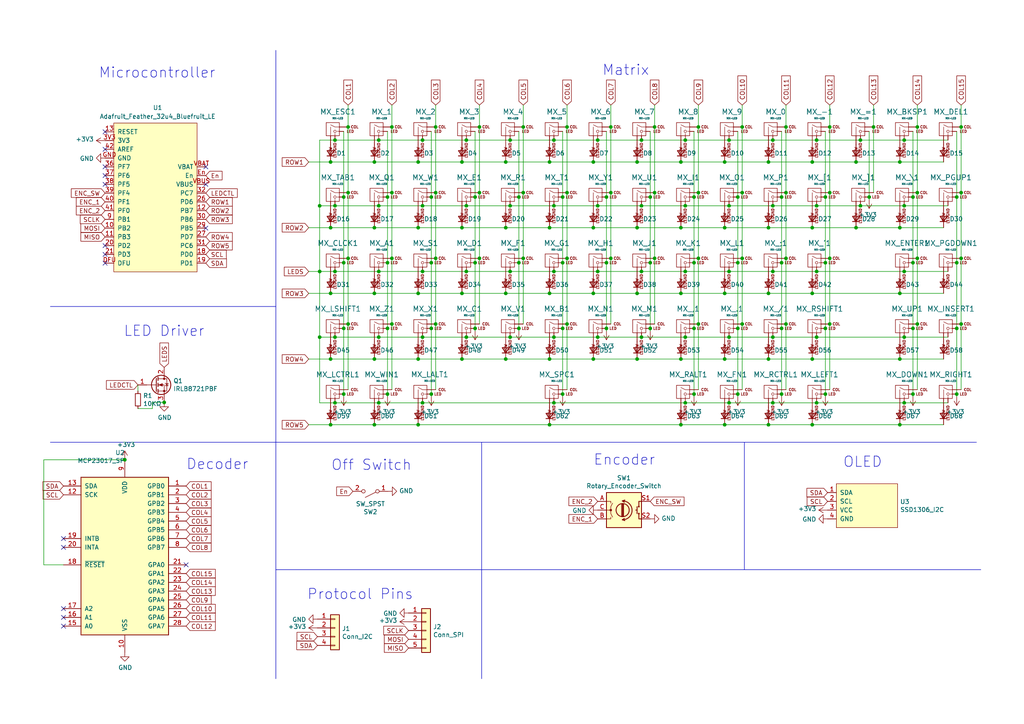
<source format=kicad_sch>
(kicad_sch (version 20230121) (generator eeschema)
  (paper "A4")
  (junction (at 100.965 36.83))
  (junction (at 262.255 59.69))
  (junction (at 135.255 78.74))
  (junction (at 172.085 85.09))
  (junction (at 186.055 97.79))
  (junction (at 160.655 78.74))
  (junction (at 122.555 40.64))
  (junction (at 197.485 123.19))
  (junction (at 100.965 55.88))
  (junction (at 224.155 78.74))
  (junction (at 215.265 93.98))
  (junction (at 146.685 66.04))
  (junction (at 151.765 74.93))
  (junction (at 108.585 123.19))
  (junction (at 92.71 97.79))
  (junction (at 97.155 97.79))
  (junction (at 226.695 57.15))
  (junction (at 160.655 116.84))
  (junction (at 210.185 66.04))
  (junction (at 210.185 123.19))
  (junction (at 100.965 74.93))
  (junction (at 278.765 55.88))
  (junction (at 226.695 95.25))
  (junction (at 139.065 55.88))
  (junction (at 99.695 114.3))
  (junction (at 222.885 123.19))
  (junction (at 235.585 85.09))
  (junction (at 239.395 114.3))
  (junction (at 92.71 78.74))
  (junction (at 146.685 85.09))
  (junction (at 266.065 55.88))
  (junction (at 260.985 66.04))
  (junction (at 189.865 55.88))
  (junction (at 126.365 55.88))
  (junction (at 202.565 93.98))
  (junction (at 240.665 36.83))
  (junction (at 202.565 74.93))
  (junction (at 213.995 57.15))
  (junction (at 197.485 46.99))
  (junction (at 95.885 104.14))
  (junction (at 211.455 116.84))
  (junction (at 202.565 55.88))
  (junction (at 177.165 36.83))
  (junction (at 95.885 46.99))
  (junction (at 108.585 85.09))
  (junction (at 210.185 46.99))
  (junction (at 226.695 114.3))
  (junction (at 211.455 97.79))
  (junction (at 277.495 76.2))
  (junction (at 151.765 55.88))
  (junction (at 239.395 57.15))
  (junction (at 150.495 76.2))
  (junction (at 95.885 85.09))
  (junction (at 97.155 40.64))
  (junction (at 173.355 97.79))
  (junction (at 112.395 57.15))
  (junction (at 210.185 85.09))
  (junction (at 135.255 40.64))
  (junction (at 137.795 76.2))
  (junction (at 121.285 66.04))
  (junction (at 222.885 66.04))
  (junction (at 113.665 55.88))
  (junction (at 222.885 85.09))
  (junction (at 135.255 59.69))
  (junction (at 164.465 93.98))
  (junction (at 112.395 95.25))
  (junction (at 99.695 95.25))
  (junction (at 224.155 40.64))
  (junction (at 277.495 57.15))
  (junction (at 188.595 57.15))
  (junction (at 249.555 40.64))
  (junction (at 160.655 40.64))
  (junction (at 227.965 36.83))
  (junction (at 236.855 59.69))
  (junction (at 139.065 74.93))
  (junction (at 278.765 93.98))
  (junction (at 121.285 46.99))
  (junction (at 126.365 93.98))
  (junction (at 213.995 114.3))
  (junction (at 163.195 57.15))
  (junction (at 133.985 46.99))
  (junction (at 109.855 40.64))
  (junction (at 189.865 36.83))
  (junction (at 47.625 116.713))
  (junction (at 159.385 46.99))
  (junction (at 135.255 97.79))
  (junction (at 92.71 59.69))
  (junction (at 147.955 97.79))
  (junction (at 159.385 123.19))
  (junction (at 150.495 95.25))
  (junction (at 210.185 104.14))
  (junction (at 97.155 116.84))
  (junction (at 173.355 59.69))
  (junction (at 198.755 59.69))
  (junction (at 197.485 104.14))
  (junction (at 262.255 116.84))
  (junction (at 224.155 116.84))
  (junction (at 121.285 123.19))
  (junction (at 215.265 36.83))
  (junction (at 146.685 104.14))
  (junction (at 113.665 93.98))
  (junction (at 97.155 59.69))
  (junction (at 235.585 46.99))
  (junction (at 125.095 95.25))
  (junction (at 260.985 85.09))
  (junction (at 163.195 76.2))
  (junction (at 197.485 85.09))
  (junction (at 224.155 97.79))
  (junction (at 159.385 85.09))
  (junction (at 113.665 74.93))
  (junction (at 150.495 57.15))
  (junction (at 112.395 76.2))
  (junction (at 262.255 97.79))
  (junction (at 125.095 57.15))
  (junction (at 227.965 74.93))
  (junction (at 146.685 46.99))
  (junction (at 184.785 104.14))
  (junction (at 133.985 104.14))
  (junction (at 211.455 59.69))
  (junction (at 163.195 114.3))
  (junction (at 248.285 66.04))
  (junction (at 122.555 59.69))
  (junction (at 201.295 57.15))
  (junction (at 240.665 74.93))
  (junction (at 97.155 78.74))
  (junction (at 122.555 78.74))
  (junction (at 133.985 66.04))
  (junction (at 121.285 85.09))
  (junction (at 236.855 116.84))
  (junction (at 262.255 40.64))
  (junction (at 211.455 40.64))
  (junction (at 266.065 93.98))
  (junction (at 99.695 76.2))
  (junction (at 215.265 74.93))
  (junction (at 122.555 116.84))
  (junction (at 137.795 95.25))
  (junction (at 260.985 123.19))
  (junction (at 264.795 95.25))
  (junction (at 177.165 55.88))
  (junction (at 100.965 93.98))
  (junction (at 201.295 95.25))
  (junction (at 236.855 78.74))
  (junction (at 147.955 40.64))
  (junction (at 109.855 116.84))
  (junction (at 172.085 46.99))
  (junction (at 177.165 74.93))
  (junction (at 109.855 78.74))
  (junction (at 151.765 36.83))
  (junction (at 202.565 36.83))
  (junction (at 36.195 133.35))
  (junction (at 240.665 93.98))
  (junction (at 239.395 95.25))
  (junction (at 95.885 123.19))
  (junction (at 277.495 114.3))
  (junction (at 173.355 40.64))
  (junction (at 264.795 114.3))
  (junction (at 236.855 97.79))
  (junction (at 226.695 76.2))
  (junction (at 278.765 36.83))
  (junction (at 262.255 78.74))
  (junction (at 186.055 40.64))
  (junction (at 222.885 104.14))
  (junction (at 95.885 66.04))
  (junction (at 235.585 123.19))
  (junction (at 213.995 95.25))
  (junction (at 260.985 46.99))
  (junction (at 264.795 76.2))
  (junction (at 198.755 78.74))
  (junction (at 264.795 57.15))
  (junction (at 164.465 36.83))
  (junction (at 188.595 76.2))
  (junction (at 112.395 114.3))
  (junction (at 235.585 66.04))
  (junction (at 201.295 114.3))
  (junction (at 278.765 74.93))
  (junction (at 189.865 74.93))
  (junction (at 260.985 104.14))
  (junction (at 126.365 74.93))
  (junction (at 186.055 59.69))
  (junction (at 121.285 104.14))
  (junction (at 159.385 104.14))
  (junction (at 215.265 55.88))
  (junction (at 125.095 114.3))
  (junction (at 235.585 104.14))
  (junction (at 252.095 57.15))
  (junction (at 198.755 40.64))
  (junction (at 160.655 59.69))
  (junction (at 126.365 36.83))
  (junction (at 240.665 55.88))
  (junction (at 99.695 57.15))
  (junction (at 164.465 55.88))
  (junction (at 108.585 66.04))
  (junction (at 266.065 74.93))
  (junction (at 109.855 97.79))
  (junction (at 184.785 46.99))
  (junction (at 184.785 66.04))
  (junction (at 109.855 59.69))
  (junction (at 172.085 66.04))
  (junction (at 211.455 78.74))
  (junction (at 249.555 59.69))
  (junction (at 224.155 59.69))
  (junction (at 253.365 36.83))
  (junction (at 125.095 76.2))
  (junction (at 147.955 59.69))
  (junction (at 198.755 116.84))
  (junction (at 198.755 97.79))
  (junction (at 160.655 97.79))
  (junction (at 184.785 85.09))
  (junction (at 277.495 95.25))
  (junction (at 248.285 46.99))
  (junction (at 222.885 46.99))
  (junction (at 164.465 74.93))
  (junction (at 201.295 76.2))
  (junction (at 266.065 36.83))
  (junction (at 175.895 95.25))
  (junction (at 175.895 76.2))
  (junction (at 239.395 76.2))
  (junction (at 172.085 104.14))
  (junction (at 147.955 78.74))
  (junction (at 159.385 66.04))
  (junction (at 227.965 93.98))
  (junction (at 163.195 95.25))
  (junction (at 133.985 85.09))
  (junction (at 108.585 104.14))
  (junction (at 236.855 40.64))
  (junction (at 213.995 76.2))
  (junction (at 139.065 36.83))
  (junction (at 197.485 66.04))
  (junction (at 108.585 46.99))
  (junction (at 113.665 36.83))
  (junction (at 122.555 97.79))
  (junction (at 227.965 55.88))
  (junction (at 137.795 57.15))
  (junction (at 186.055 78.74))
  (junction (at 173.355 78.74))
  (junction (at 175.895 57.15))
  (junction (at 188.595 95.25))
  (no_connect (at 18.415 156.21))
  (no_connect (at 30.48 53.467))
  (no_connect (at 30.48 43.307))
  (no_connect (at 18.415 176.53))
  (no_connect (at 30.48 76.327))
  (no_connect (at 53.975 163.83))
  (no_connect (at 30.48 73.787))
  (no_connect (at 30.48 48.387))
  (no_connect (at 30.48 71.247))
  (no_connect (at 30.48 50.927))
  (no_connect (at 18.415 179.07))
  (no_connect (at 59.69 48.387))
  (no_connect (at 59.69 53.467))
  (no_connect (at 18.415 158.75))
  (no_connect (at 18.415 181.61))
  (no_connect (at 30.48 38.227))
  (no_connect (at 59.69 66.167))
  (wire (pts (xy 40.005 111.633) (xy 40.005 113.411)))
  (wire (pts (xy 121.285 46.99) (xy 108.585 46.99)))
  (wire (pts (xy 97.155 116.84) (xy 109.855 116.84)))
  (wire (pts (xy 264.795 38.1) (xy 264.795 57.15)))
  (wire (pts (xy 262.255 40.64) (xy 274.955 40.64)))
  (wire (pts (xy 249.555 59.69) (xy 236.855 59.69)))
  (wire (pts (xy 109.855 40.64) (xy 122.555 40.64)))
  (wire (pts (xy 186.055 59.69) (xy 173.355 59.69)))
  (wire (pts (xy 278.765 30.48) (xy 278.765 36.83)))
  (wire (pts (xy 210.185 104.14) (xy 222.885 104.14)))
  (wire (pts (xy 260.985 104.14) (xy 273.685 104.14)))
  (wire (pts (xy 100.965 55.88) (xy 100.965 74.93)))
  (wire (pts (xy 108.585 85.09) (xy 95.885 85.09)))
  (polyline (pts (xy 80.01 14.605) (xy 80.01 196.85)))
  (wire (pts (xy 121.285 104.14) (xy 133.985 104.14)))
  (wire (pts (xy 133.985 66.04) (xy 121.285 66.04)))
  (wire (pts (xy 172.085 104.14) (xy 184.785 104.14)))
  (wire (pts (xy 113.665 55.88) (xy 113.665 74.93)))
  (wire (pts (xy 188.595 57.15) (xy 188.595 38.1)))
  (wire (pts (xy 92.71 40.64) (xy 97.155 40.64)))
  (wire (pts (xy 249.555 40.64) (xy 262.255 40.64)))
  (wire (pts (xy 210.185 46.99) (xy 197.485 46.99)))
  (wire (pts (xy 125.095 95.25) (xy 125.095 114.3)))
  (wire (pts (xy 186.055 40.64) (xy 198.755 40.64)))
  (wire (pts (xy 40.005 118.491) (xy 44.196 118.491)))
  (wire (pts (xy 175.895 57.15) (xy 175.895 76.2)))
  (wire (pts (xy 253.365 36.83) (xy 253.365 55.88)))
  (wire (pts (xy 202.565 55.88) (xy 202.565 74.93)))
  (wire (pts (xy 147.955 40.64) (xy 160.655 40.64)))
  (wire (pts (xy 211.455 97.79) (xy 198.755 97.79)))
  (wire (pts (xy 222.885 85.09) (xy 210.185 85.09)))
  (wire (pts (xy 172.085 66.04) (xy 159.385 66.04)))
  (wire (pts (xy 266.065 55.88) (xy 266.065 74.93)))
  (wire (pts (xy 126.365 55.88) (xy 126.365 74.93)))
  (wire (pts (xy 240.665 36.83) (xy 240.665 55.88)))
  (wire (pts (xy 135.255 97.79) (xy 122.555 97.79)))
  (wire (pts (xy 226.695 57.15) (xy 226.695 76.2)))
  (wire (pts (xy 146.685 85.09) (xy 133.985 85.09)))
  (wire (pts (xy 92.71 59.69) (xy 97.155 59.69)))
  (wire (pts (xy 274.955 97.79) (xy 262.255 97.79)))
  (wire (pts (xy 197.485 104.14) (xy 210.185 104.14)))
  (wire (pts (xy 278.765 36.83) (xy 278.765 55.88)))
  (wire (pts (xy 133.985 104.14) (xy 146.685 104.14)))
  (wire (pts (xy 211.455 59.69) (xy 198.755 59.69)))
  (wire (pts (xy 95.885 104.14) (xy 108.585 104.14)))
  (wire (pts (xy 235.585 104.14) (xy 260.985 104.14)))
  (wire (pts (xy 264.795 57.15) (xy 264.795 76.2)))
  (wire (pts (xy 92.71 97.79) (xy 92.71 116.84)))
  (wire (pts (xy 95.885 46.99) (xy 89.535 46.99)))
  (wire (pts (xy 164.465 74.93) (xy 164.465 93.98)))
  (wire (pts (xy 177.165 36.83) (xy 177.165 55.88)))
  (wire (pts (xy 122.555 78.74) (xy 135.255 78.74)))
  (wire (pts (xy 121.285 85.09) (xy 108.585 85.09)))
  (wire (pts (xy 172.085 46.99) (xy 159.385 46.99)))
  (wire (pts (xy 184.785 46.99) (xy 172.085 46.99)))
  (wire (pts (xy 266.065 93.98) (xy 266.065 113.03)))
  (wire (pts (xy 95.885 66.04) (xy 89.535 66.04)))
  (wire (pts (xy 44.196 118.491) (xy 44.196 116.713)))
  (wire (pts (xy 173.355 97.79) (xy 160.655 97.79)))
  (wire (pts (xy 92.71 116.84) (xy 97.155 116.84)))
  (wire (pts (xy 12.7 163.83) (xy 18.415 163.83)))
  (wire (pts (xy 188.595 96.012) (xy 188.595 95.25)))
  (wire (pts (xy 122.555 40.64) (xy 135.255 40.64)))
  (wire (pts (xy 108.585 66.04) (xy 95.885 66.04)))
  (wire (pts (xy 112.395 38.1) (xy 112.395 57.15)))
  (wire (pts (xy 173.355 40.64) (xy 186.055 40.64)))
  (wire (pts (xy 266.065 30.48) (xy 266.065 36.83)))
  (wire (pts (xy 189.865 36.83) (xy 189.865 55.88)))
  (wire (pts (xy 188.595 95.25) (xy 188.595 76.2)))
  (wire (pts (xy 277.495 95.25) (xy 277.495 76.2)))
  (wire (pts (xy 159.385 123.19) (xy 197.485 123.19)))
  (wire (pts (xy 240.665 55.88) (xy 240.665 74.93)))
  (wire (pts (xy 97.155 78.74) (xy 109.855 78.74)))
  (wire (pts (xy 137.795 76.2) (xy 137.795 95.25)))
  (wire (pts (xy 235.585 46.99) (xy 222.885 46.99)))
  (wire (pts (xy 227.965 93.98) (xy 227.965 113.03)))
  (wire (pts (xy 222.885 123.19) (xy 235.585 123.19)))
  (wire (pts (xy 173.355 78.74) (xy 186.055 78.74)))
  (wire (pts (xy 213.995 114.3) (xy 213.995 95.25)))
  (wire (pts (xy 133.985 46.99) (xy 121.285 46.99)))
  (wire (pts (xy 159.385 85.09) (xy 146.685 85.09)))
  (wire (pts (xy 274.955 59.69) (xy 262.255 59.69)))
  (wire (pts (xy 210.185 123.19) (xy 222.885 123.19)))
  (wire (pts (xy 139.065 74.93) (xy 139.065 93.98)))
  (wire (pts (xy 99.695 115.062) (xy 99.695 114.3)))
  (wire (pts (xy 224.155 59.69) (xy 211.455 59.69)))
  (wire (pts (xy 112.395 114.3) (xy 112.395 115.062)))
  (wire (pts (xy 262.255 116.84) (xy 274.955 116.84)))
  (wire (pts (xy 215.265 36.83) (xy 215.265 55.88)))
  (wire (pts (xy 159.385 104.14) (xy 172.085 104.14)))
  (wire (pts (xy 112.395 57.15) (xy 112.395 76.2)))
  (wire (pts (xy 260.985 66.04) (xy 248.285 66.04)))
  (wire (pts (xy 198.755 59.69) (xy 186.055 59.69)))
  (wire (pts (xy 224.155 97.79) (xy 211.455 97.79)))
  (wire (pts (xy 100.965 36.83) (xy 100.965 55.88)))
  (wire (pts (xy 112.395 95.25) (xy 112.395 114.3)))
  (wire (pts (xy 113.665 74.93) (xy 113.665 93.98)))
  (wire (pts (xy 264.795 76.2) (xy 264.795 95.25)))
  (wire (pts (xy 211.455 116.84) (xy 224.155 116.84)))
  (wire (pts (xy 227.965 36.83) (xy 227.965 55.88)))
  (wire (pts (xy 92.71 78.74) (xy 92.71 97.79)))
  (wire (pts (xy 133.985 85.09) (xy 121.285 85.09)))
  (wire (pts (xy 139.065 36.83) (xy 139.065 55.88)))
  (wire (pts (xy 108.585 123.19) (xy 121.285 123.19)))
  (wire (pts (xy 122.555 59.69) (xy 109.855 59.69)))
  (wire (pts (xy 99.695 95.25) (xy 99.695 76.2)))
  (wire (pts (xy 202.565 36.83) (xy 202.565 30.48)))
  (wire (pts (xy 197.485 123.19) (xy 210.185 123.19)))
  (wire (pts (xy 198.755 116.84) (xy 211.455 116.84)))
  (wire (pts (xy 121.285 66.04) (xy 108.585 66.04)))
  (wire (pts (xy 109.855 78.74) (xy 122.555 78.74)))
  (wire (pts (xy 100.965 93.98) (xy 100.965 113.03)))
  (wire (pts (xy 137.795 38.1) (xy 137.795 57.15)))
  (wire (pts (xy 226.695 95.25) (xy 226.695 114.3)))
  (wire (pts (xy 92.71 59.69) (xy 92.71 78.74)))
  (wire (pts (xy 236.855 59.69) (xy 224.155 59.69)))
  (wire (pts (xy 236.855 116.84) (xy 262.255 116.84)))
  (wire (pts (xy 172.085 85.09) (xy 159.385 85.09)))
  (wire (pts (xy 213.995 57.15) (xy 213.995 38.1)))
  (wire (pts (xy 163.195 115.062) (xy 163.195 114.3)))
  (wire (pts (xy 224.155 116.84) (xy 236.855 116.84)))
  (wire (pts (xy 197.485 85.09) (xy 184.785 85.09)))
  (wire (pts (xy 150.495 76.2) (xy 150.495 57.15)))
  (wire (pts (xy 278.765 55.88) (xy 278.765 74.93)))
  (wire (pts (xy 213.995 76.2) (xy 213.995 57.15)))
  (wire (pts (xy 189.865 30.48) (xy 189.865 36.83)))
  (wire (pts (xy 186.055 97.79) (xy 173.355 97.79)))
  (wire (pts (xy 146.685 104.14) (xy 159.385 104.14)))
  (wire (pts (xy 278.765 74.93) (xy 278.765 93.98)))
  (wire (pts (xy 213.995 95.25) (xy 213.995 76.2)))
  (wire (pts (xy 164.465 36.83) (xy 164.465 55.88)))
  (wire (pts (xy 147.955 59.69) (xy 135.255 59.69)))
  (wire (pts (xy 184.785 85.09) (xy 172.085 85.09)))
  (wire (pts (xy 121.285 123.19) (xy 159.385 123.19)))
  (wire (pts (xy 277.495 115.062) (xy 277.495 114.3)))
  (polyline (pts (xy 215.9 165.227) (xy 215.9 128.27)))
  (wire (pts (xy 146.685 66.04) (xy 133.985 66.04)))
  (wire (pts (xy 151.765 36.83) (xy 151.765 30.48)))
  (wire (pts (xy 253.365 36.83) (xy 253.365 30.48)))
  (wire (pts (xy 99.695 76.2) (xy 99.695 57.15)))
  (wire (pts (xy 189.865 74.93) (xy 189.865 93.98)))
  (wire (pts (xy 151.765 55.88) (xy 151.765 74.93)))
  (wire (pts (xy 44.196 116.713) (xy 47.625 116.713)))
  (wire (pts (xy 151.765 74.93) (xy 151.765 93.98)))
  (wire (pts (xy 278.765 93.98) (xy 278.765 113.03)))
  (wire (pts (xy 201.295 115.062) (xy 201.295 114.3)))
  (wire (pts (xy 108.585 46.99) (xy 95.885 46.99)))
  (wire (pts (xy 173.355 59.69) (xy 160.655 59.69)))
  (wire (pts (xy 266.065 74.93) (xy 266.065 93.98)))
  (wire (pts (xy 252.095 38.1) (xy 252.095 57.15)))
  (wire (pts (xy 277.495 76.2) (xy 277.495 57.15)))
  (wire (pts (xy 224.155 78.74) (xy 236.855 78.74)))
  (polyline (pts (xy 80.01 165.227) (xy 284.48 165.227)))
  (wire (pts (xy 137.795 95.25) (xy 137.795 96.012)))
  (wire (pts (xy 277.495 57.15) (xy 277.495 38.1)))
  (wire (pts (xy 151.765 36.83) (xy 151.765 55.88)))
  (wire (pts (xy 139.065 30.48) (xy 139.065 36.83)))
  (wire (pts (xy 215.265 55.88) (xy 215.265 74.93)))
  (wire (pts (xy 222.885 104.14) (xy 235.585 104.14)))
  (wire (pts (xy 122.555 116.84) (xy 160.655 116.84)))
  (wire (pts (xy 159.385 66.04) (xy 146.685 66.04)))
  (wire (pts (xy 201.295 38.1) (xy 201.295 57.15)))
  (wire (pts (xy 164.465 55.88) (xy 164.465 74.93)))
  (wire (pts (xy 92.71 40.64) (xy 92.71 59.69)))
  (wire (pts (xy 210.185 66.04) (xy 197.485 66.04)))
  (wire (pts (xy 12.7 133.35) (xy 36.195 133.35)))
  (polyline (pts (xy 139.7 128.27) (xy 139.7 196.85)))
  (wire (pts (xy 89.535 85.09) (xy 95.885 85.09)))
  (wire (pts (xy 175.895 76.2) (xy 175.895 95.25)))
  (wire (pts (xy 235.585 66.04) (xy 222.885 66.04)))
  (wire (pts (xy 160.655 59.69) (xy 147.955 59.69)))
  (wire (pts (xy 198.755 40.64) (xy 211.455 40.64)))
  (wire (pts (xy 202.565 93.98) (xy 202.565 113.03)))
  (wire (pts (xy 264.795 115.062) (xy 264.795 114.3)))
  (wire (pts (xy 137.795 57.15) (xy 137.795 76.2)))
  (wire (pts (xy 188.595 76.2) (xy 188.595 57.15)))
  (wire (pts (xy 227.965 36.83) (xy 227.965 30.48)))
  (wire (pts (xy 240.665 74.93) (xy 240.665 93.98)))
  (wire (pts (xy 126.365 36.83) (xy 126.365 30.48)))
  (wire (pts (xy 235.585 85.09) (xy 222.885 85.09)))
  (wire (pts (xy 248.285 46.99) (xy 235.585 46.99)))
  (wire (pts (xy 177.165 36.83) (xy 177.165 30.48)))
  (wire (pts (xy 164.465 93.98) (xy 164.465 113.03)))
  (wire (pts (xy 125.095 57.15) (xy 125.095 76.2)))
  (wire (pts (xy 92.71 97.79) (xy 97.155 97.79)))
  (wire (pts (xy 240.665 93.98) (xy 240.665 113.03)))
  (wire (pts (xy 260.985 85.09) (xy 235.585 85.09)))
  (wire (pts (xy 264.795 95.25) (xy 264.795 114.3)))
  (wire (pts (xy 197.485 46.99) (xy 184.785 46.99)))
  (wire (pts (xy 227.965 55.88) (xy 227.965 74.93)))
  (wire (pts (xy 97.155 40.64) (xy 109.855 40.64)))
  (wire (pts (xy 239.395 95.25) (xy 239.395 76.2)))
  (wire (pts (xy 150.495 57.15) (xy 150.495 38.1)))
  (wire (pts (xy 126.365 74.93) (xy 126.365 93.98)))
  (wire (pts (xy 201.295 76.2) (xy 201.295 95.25)))
  (wire (pts (xy 235.585 123.19) (xy 260.985 123.19)))
  (polyline (pts (xy 80.01 88.9) (xy 14.605 88.9)))
  (wire (pts (xy 224.155 40.64) (xy 236.855 40.64)))
  (wire (pts (xy 113.665 36.83) (xy 113.665 55.88)))
  (wire (pts (xy 262.255 78.74) (xy 274.955 78.74)))
  (wire (pts (xy 184.785 104.14) (xy 197.485 104.14)))
  (wire (pts (xy 135.255 78.74) (xy 147.955 78.74)))
  (wire (pts (xy 260.985 46.99) (xy 273.685 46.99)))
  (wire (pts (xy 109.855 59.69) (xy 97.155 59.69)))
  (wire (pts (xy 202.565 74.93) (xy 202.565 93.98)))
  (wire (pts (xy 108.585 104.14) (xy 121.285 104.14)))
  (wire (pts (xy 113.665 93.98) (xy 113.665 113.03)))
  (wire (pts (xy 147.955 78.74) (xy 160.655 78.74)))
  (wire (pts (xy 112.395 76.2) (xy 112.395 95.25)))
  (wire (pts (xy 125.095 38.1) (xy 125.095 57.15)))
  (polyline (pts (xy 14.605 128.27) (xy 283.21 128.27)))
  (wire (pts (xy 100.965 30.48) (xy 100.965 36.83)))
  (wire (pts (xy 109.855 97.79) (xy 97.155 97.79)))
  (wire (pts (xy 160.655 40.64) (xy 173.355 40.64)))
  (wire (pts (xy 213.995 114.3) (xy 213.995 115.062)))
  (wire (pts (xy 273.685 66.04) (xy 260.985 66.04)))
  (wire (pts (xy 177.165 74.93) (xy 177.165 93.98)))
  (wire (pts (xy 95.885 123.19) (xy 89.535 123.19)))
  (wire (pts (xy 177.165 55.88) (xy 177.165 74.93)))
  (wire (pts (xy 236.855 78.74) (xy 262.255 78.74)))
  (wire (pts (xy 109.855 116.84) (xy 122.555 116.84)))
  (wire (pts (xy 215.265 74.93) (xy 215.265 93.98)))
  (wire (pts (xy 201.295 95.25) (xy 201.295 114.3)))
  (wire (pts (xy 100.965 74.93) (xy 100.965 93.98)))
  (wire (pts (xy 150.495 95.25) (xy 150.495 76.2)))
  (wire (pts (xy 125.095 76.2) (xy 125.095 95.25)))
  (wire (pts (xy 113.665 30.48) (xy 113.665 36.83)))
  (wire (pts (xy 160.655 78.74) (xy 173.355 78.74)))
  (wire (pts (xy 163.195 95.25) (xy 163.195 76.2)))
  (wire (pts (xy 239.395 115.062) (xy 239.395 114.3)))
  (wire (pts (xy 147.955 97.79) (xy 135.255 97.79)))
  (wire (pts (xy 198.755 78.74) (xy 211.455 78.74)))
  (wire (pts (xy 160.655 97.79) (xy 147.955 97.79)))
  (wire (pts (xy 89.535 78.74) (xy 92.71 78.74)))
  (wire (pts (xy 198.755 97.79) (xy 186.055 97.79)))
  (wire (pts (xy 226.695 76.2) (xy 226.695 95.25)))
  (wire (pts (xy 222.885 46.99) (xy 210.185 46.99)))
  (wire (pts (xy 184.785 66.04) (xy 172.085 66.04)))
  (wire (pts (xy 163.195 57.15) (xy 163.195 38.1)))
  (wire (pts (xy 201.295 57.15) (xy 201.295 76.2)))
  (wire (pts (xy 95.885 123.19) (xy 108.585 123.19)))
  (wire (pts (xy 160.655 116.84) (xy 198.755 116.84)))
  (wire (pts (xy 126.365 36.83) (xy 126.365 55.88)))
  (wire (pts (xy 222.885 66.04) (xy 210.185 66.04)))
  (wire (pts (xy 252.095 57.15) (xy 252.095 57.912)))
  (wire (pts (xy 146.685 46.99) (xy 133.985 46.99)))
  (wire (pts (xy 262.255 97.79) (xy 236.855 97.79)))
  (wire (pts (xy 211.455 78.74) (xy 224.155 78.74)))
  (wire (pts (xy 262.255 59.69) (xy 249.555 59.69)))
  (wire (pts (xy 277.495 114.3) (xy 277.495 95.25)))
  (wire (pts (xy 163.195 76.2) (xy 163.195 57.15)))
  (wire (pts (xy 266.065 36.83) (xy 266.065 55.88)))
  (wire (pts (xy 248.285 66.04) (xy 235.585 66.04)))
  (wire (pts (xy 135.255 40.64) (xy 147.955 40.64)))
  (wire (pts (xy 135.255 59.69) (xy 122.555 59.69)))
  (wire (pts (xy 215.265 93.98) (xy 215.265 113.03)))
  (wire (pts (xy 240.665 30.48) (xy 240.665 36.83)))
  (wire (pts (xy 150.495 96.012) (xy 150.495 95.25)))
  (wire (pts (xy 12.7 163.83) (xy 12.7 133.35)))
  (wire (pts (xy 260.985 46.99) (xy 248.285 46.99)))
  (wire (pts (xy 202.565 36.83) (xy 202.565 55.88)))
  (wire (pts (xy 215.265 30.48) (xy 215.265 36.83)))
  (wire (pts (xy 163.195 114.3) (xy 163.195 95.25)))
  (wire (pts (xy 189.865 55.88) (xy 189.865 74.93)))
  (wire (pts (xy 99.695 114.3) (xy 99.695 95.25)))
  (wire (pts (xy 125.095 114.3) (xy 125.095 115.062)))
  (wire (pts (xy 99.695 57.15) (xy 99.695 38.1)))
  (wire (pts (xy 211.455 40.64) (xy 224.155 40.64)))
  (wire (pts (xy 226.695 115.062) (xy 226.695 114.3)))
  (wire (pts (xy 122.555 97.79) (xy 109.855 97.79)))
  (wire (pts (xy 260.985 123.19) (xy 273.685 123.19)))
  (wire (pts (xy 236.855 40.64) (xy 249.555 40.64)))
  (wire (pts (xy 95.885 104.14) (xy 89.535 104.14)))
  (wire (pts (xy 226.695 38.1) (xy 226.695 57.15)))
  (wire (pts (xy 92.71 78.74) (xy 97.155 78.74)))
  (wire (pts (xy 210.185 85.09) (xy 197.485 85.09)))
  (wire (pts (xy 159.385 46.99) (xy 146.685 46.99)))
  (wire (pts (xy 273.685 85.09) (xy 260.985 85.09)))
  (wire (pts (xy 239.395 114.3) (xy 239.395 95.25)))
  (wire (pts (xy 186.055 78.74) (xy 198.755 78.74)))
  (wire (pts (xy 197.485 66.04) (xy 184.785 66.04)))
  (wire (pts (xy 175.895 96.012) (xy 175.895 95.25)))
  (wire (pts (xy 126.365 93.98) (xy 126.365 113.03)))
  (wire (pts (xy 239.395 76.2) (xy 239.395 57.15)))
  (wire (pts (xy 164.465 30.48) (xy 164.465 36.83)))
  (wire (pts (xy 227.965 74.93) (xy 227.965 93.98)))
  (wire (pts (xy 175.895 38.1) (xy 175.895 57.15)))
  (wire (pts (xy 236.855 97.79) (xy 224.155 97.79)))
  (wire (pts (xy 139.065 55.88) (xy 139.065 74.93)))
  (wire (pts (xy 239.395 57.15) (xy 239.395 38.1)))
  (text "Decoder" (at 53.975 136.525 0) (effects (font (size 2.9972 2.9972)) (justify left bottom)))
  (text "Encoder" (at 172.085 135.255 0) (effects (font (size 2.9972 2.9972)) (justify left bottom)))
  (text "Matrix" (at 174.625 22.225 0) (effects (font (size 2.9972 2.9972)) (justify left bottom)))
  (text "LED Driver" (at 35.814 97.917 0) (effects (font (size 2.9972 2.9972)) (justify left bottom)))
  (text "Microcontroller" (at 28.575 22.987 0) (effects (font (size 2.9972 2.9972)) (justify left bottom)))
  (text "Protocol Pins" (at 89.027 174.244 0) (effects (font (size 2.9972 2.9972)) (justify left bottom)))
  (text "OLED" (at 244.475 135.89 0) (effects (font (size 2.9972 2.9972)) (justify left bottom)))
  (text "Off Switch" (at 96.012 136.779 0) (effects (font (size 2.9972 2.9972)) (justify left bottom)))
  (global_label "COL11" (shape input) (at 227.965 30.48 90) (property "Intersheetrefs" "${INTERSHEET_REFS}" (effects hide)))
  (global_label "SCLK" (shape input) (at 30.48 63.627 180) (property "Intersheetrefs" "${INTERSHEET_REFS}" (effects hide)))
  (global_label "ROW4" (shape input) (at 59.69 68.707 0) (property "Intersheetrefs" "${INTERSHEET_REFS}" (effects hide)))
  (global_label "ROW4" (shape input) (at 89.535 104.14 180) (property "Intersheetrefs" "${INTERSHEET_REFS}" (effects hide)))
  (global_label "COL6" (shape input) (at 53.975 153.67 0) (property "Intersheetrefs" "${INTERSHEET_REFS}" (effects hide)))
  (global_label "COL2" (shape input) (at 53.975 143.51 0) (property "Intersheetrefs" "${INTERSHEET_REFS}" (effects hide)))
  (global_label "COL7" (shape input) (at 53.975 156.21 0) (property "Intersheetrefs" "${INTERSHEET_REFS}" (effects hide)))
  (global_label "COL13" (shape input) (at 53.975 171.45 0) (property "Intersheetrefs" "${INTERSHEET_REFS}" (effects hide)))
  (global_label "SDA" (shape input) (at 59.69 76.327 0) (property "Intersheetrefs" "${INTERSHEET_REFS}" (effects hide)))
  (global_label "ROW5" (shape input) (at 59.69 71.247 0) (property "Intersheetrefs" "${INTERSHEET_REFS}" (effects hide)))
  (global_label "LEDS" (shape input) (at 47.625 106.553 90) (property "Intersheetrefs" "${INTERSHEET_REFS}" (effects hide)))
  (global_label "COL10" (shape input) (at 53.975 176.53 0) (property "Intersheetrefs" "${INTERSHEET_REFS}" (effects hide)))
  (global_label "MISO" (shape input) (at 30.48 68.707 180) (property "Intersheetrefs" "${INTERSHEET_REFS}" (effects hide)))
  (global_label "COL12" (shape input) (at 53.975 181.61 0) (property "Intersheetrefs" "${INTERSHEET_REFS}" (effects hide)))
  (global_label "COL14" (shape input) (at 53.975 168.91 0) (property "Intersheetrefs" "${INTERSHEET_REFS}" (effects hide)))
  (global_label "COL8" (shape input) (at 53.975 158.75 0) (property "Intersheetrefs" "${INTERSHEET_REFS}" (effects hide)))
  (global_label "ENC_2" (shape input) (at 173.355 145.415 180) (property "Intersheetrefs" "${INTERSHEET_REFS}" (effects hide)))
  (global_label "ROW1" (shape input) (at 59.69 58.547 0) (property "Intersheetrefs" "${INTERSHEET_REFS}" (effects hide)))
  (global_label "ENC_1" (shape input) (at 173.355 150.495 180) (property "Intersheetrefs" "${INTERSHEET_REFS}" (effects hide)))
  (global_label "ROW5" (shape input) (at 89.535 123.19 180) (property "Intersheetrefs" "${INTERSHEET_REFS}" (effects hide)))
  (global_label "MOSI" (shape input) (at 118.491 185.42 180) (property "Intersheetrefs" "${INTERSHEET_REFS}" (effects hide)))
  (global_label "COL12" (shape input) (at 240.665 30.48 90) (property "Intersheetrefs" "${INTERSHEET_REFS}" (effects hide)))
  (global_label "En" (shape input) (at 102.362 142.494 180) (property "Intersheetrefs" "${INTERSHEET_REFS}" (effects hide)))
  (global_label "LEDS" (shape input) (at 89.535 78.74 180) (property "Intersheetrefs" "${INTERSHEET_REFS}" (effects hide)))
  (global_label "COL14" (shape input) (at 266.065 30.48 90) (property "Intersheetrefs" "${INTERSHEET_REFS}" (effects hide)))
  (global_label "COL6" (shape input) (at 164.465 30.48 90) (property "Intersheetrefs" "${INTERSHEET_REFS}" (effects hide)))
  (global_label "COL3" (shape input) (at 53.975 146.05 0) (property "Intersheetrefs" "${INTERSHEET_REFS}" (effects hide)))
  (global_label "COL8" (shape input) (at 189.865 30.48 90) (property "Intersheetrefs" "${INTERSHEET_REFS}" (effects hide)))
  (global_label "ROW2" (shape input) (at 59.69 61.087 0) (property "Intersheetrefs" "${INTERSHEET_REFS}" (effects hide)))
  (global_label "SCLK" (shape input) (at 118.491 182.88 180) (property "Intersheetrefs" "${INTERSHEET_REFS}" (effects hide)))
  (global_label "COL1" (shape input) (at 100.965 30.48 90) (property "Intersheetrefs" "${INTERSHEET_REFS}" (effects hide)))
  (global_label "COL9" (shape input) (at 53.975 173.99 0) (property "Intersheetrefs" "${INTERSHEET_REFS}" (effects hide)))
  (global_label "MOSI" (shape input) (at 30.48 66.167 180) (property "Intersheetrefs" "${INTERSHEET_REFS}" (effects hide)))
  (global_label "SDA" (shape input) (at 18.415 140.97 180) (property "Intersheetrefs" "${INTERSHEET_REFS}" (effects hide)))
  (global_label "En" (shape input) (at 59.69 50.927 0) (property "Intersheetrefs" "${INTERSHEET_REFS}" (effects hide)))
  (global_label "COL13" (shape input) (at 253.365 30.48 90) (property "Intersheetrefs" "${INTERSHEET_REFS}" (effects hide)))
  (global_label "COL15" (shape input) (at 278.765 30.48 90) (property "Intersheetrefs" "${INTERSHEET_REFS}" (effects hide)))
  (global_label "COL4" (shape input) (at 139.065 30.48 90) (property "Intersheetrefs" "${INTERSHEET_REFS}" (effects hide)))
  (global_label "ROW3" (shape input) (at 59.69 63.627 0) (property "Intersheetrefs" "${INTERSHEET_REFS}" (effects hide)))
  (global_label "COL11" (shape input) (at 53.975 179.07 0) (property "Intersheetrefs" "${INTERSHEET_REFS}" (effects hide)))
  (global_label "ENC_2" (shape input) (at 30.48 61.087 180) (property "Intersheetrefs" "${INTERSHEET_REFS}" (effects hide)))
  (global_label "ROW2" (shape input) (at 89.535 66.04 180) (property "Intersheetrefs" "${INTERSHEET_REFS}" (effects hide)))
  (global_label "LEDCTL" (shape input) (at 59.69 56.007 0) (property "Intersheetrefs" "${INTERSHEET_REFS}" (effects hide)))
  (global_label "SDA" (shape input) (at 92.075 187.198 180) (property "Intersheetrefs" "${INTERSHEET_REFS}" (effects hide)))
  (global_label "SDA" (shape input) (at 240.03 142.875 180) (property "Intersheetrefs" "${INTERSHEET_REFS}" (effects hide)))
  (global_label "MISO" (shape input) (at 118.491 187.96 180) (property "Intersheetrefs" "${INTERSHEET_REFS}" (effects hide)))
  (global_label "ROW3" (shape input) (at 89.535 85.09 180) (property "Intersheetrefs" "${INTERSHEET_REFS}" (effects hide)))
  (global_label "SCL" (shape input) (at 18.415 143.51 180) (property "Intersheetrefs" "${INTERSHEET_REFS}" (effects hide)))
  (global_label "ROW1" (shape input) (at 89.535 46.99 180) (property "Intersheetrefs" "${INTERSHEET_REFS}" (effects hide)))
  (global_label "ENC_SW" (shape input) (at 188.595 145.415 0) (property "Intersheetrefs" "${INTERSHEET_REFS}" (effects hide)))
  (global_label "ENC_1" (shape input) (at 30.48 58.547 180) (property "Intersheetrefs" "${INTERSHEET_REFS}" (effects hide)))
  (global_label "COL4" (shape input) (at 53.975 148.59 0) (property "Intersheetrefs" "${INTERSHEET_REFS}" (effects hide)))
  (global_label "ENC_SW" (shape input) (at 30.48 56.007 180) (property "Intersheetrefs" "${INTERSHEET_REFS}" (effects hide)))
  (global_label "COL5" (shape input) (at 53.975 151.13 0) (property "Intersheetrefs" "${INTERSHEET_REFS}" (effects hide)))
  (global_label "LEDCTL" (shape input) (at 40.005 111.633 180) (property "Intersheetrefs" "${INTERSHEET_REFS}" (effects hide)))
  (global_label "COL15" (shape input) (at 53.975 166.37 0) (property "Intersheetrefs" "${INTERSHEET_REFS}" (effects hide)))
  (global_label "COL1" (shape input) (at 53.975 140.97 0) (property "Intersheetrefs" "${INTERSHEET_REFS}" (effects hide)))
  (global_label "COL5" (shape input) (at 151.765 30.48 90) (property "Intersheetrefs" "${INTERSHEET_REFS}" (effects hide)))
  (global_label "COL2" (shape input) (at 113.665 30.48 90) (property "Intersheetrefs" "${INTERSHEET_REFS}" (effects hide)))
  (global_label "COL9" (shape input) (at 202.565 30.48 90) (property "Intersheetrefs" "${INTERSHEET_REFS}" (effects hide)))
  (global_label "SCL" (shape input) (at 92.075 184.658 180) (property "Intersheetrefs" "${INTERSHEET_REFS}" (effects hide)))
  (global_label "SCL" (shape input) (at 240.03 145.415 180) (property "Intersheetrefs" "${INTERSHEET_REFS}" (effects hide)))
  (global_label "COL3" (shape input) (at 126.365 30.48 90) (property "Intersheetrefs" "${INTERSHEET_REFS}" (effects hide)))
  (global_label "SCL" (shape input) (at 59.69 73.787 0) (property "Intersheetrefs" "${INTERSHEET_REFS}" (effects hide)))
  (global_label "COL7" (shape input) (at 177.165 30.48 90) (property "Intersheetrefs" "${INTERSHEET_REFS}" (effects hide)))
  (global_label "COL10" (shape input) (at 215.265 30.48 90) (property "Intersheetrefs" "${INTERSHEET_REFS}" (effects hide)))
  (symbol (lib_id "MX_Alps_Hybrid:MX-LED") (at 97.155 38.1 0) (unit 1)
    (property "Reference" "MX_ESC1" (at 97.9932 32.4358 0) (effects (font (size 1.524 1.524))))
    (property "Value" "MX-LED" (at 97.9932 34.3154 0) (effects (font (size 0.508 0.508))))
    (property "Footprint" "MX_Only:MXOnly-1U" (effects hide))
  )
  (symbol (lib_id "MX_Alps_Hybrid:MX-LED") (at 109.855 38.1 0) (unit 1)
    (property "Reference" "MX_1" (at 110.6932 32.4358 0) (effects (font (size 1.524 1.524))))
    (property "Value" "MX-LED" (at 110.6932 34.3154 0) (effects (font (size 0.508 0.508))))
    (property "Footprint" "MX_Only:MXOnly-1U" (effects hide))
  )
  (symbol (lib_id "MX_Alps_Hybrid:MX-LED") (at 122.555 38.1 0) (unit 1)
    (property "Reference" "MX_2" (at 123.3932 32.4358 0) (effects (font (size 1.524 1.524))))
    (property "Value" "MX-LED" (at 123.3932 34.3154 0) (effects (font (size 0.508 0.508))))
    (property "Footprint" "MX_Only:MXOnly-1U" (effects hide))
  )
  (symbol (lib_id "MX_Alps_Hybrid:MX-LED") (at 135.255 38.1 0) (unit 1)
    (property "Reference" "MX_3" (at 136.0932 32.4358 0) (effects (font (size 1.524 1.524))))
    (property "Value" "MX-LED" (at 136.0932 34.3154 0) (effects (font (size 0.508 0.508))))
    (property "Footprint" "MX_Only:MXOnly-1U" (effects hide))
  )
  (symbol (lib_id "MX_Alps_Hybrid:MX-LED") (at 147.955 38.1 0) (unit 1)
    (property "Reference" "MX_4" (at 148.7932 32.4358 0) (effects (font (size 1.524 1.524))))
    (property "Value" "MX-LED" (at 148.7932 34.3154 0) (effects (font (size 0.508 0.508))))
    (property "Footprint" "MX_Only:MXOnly-1U" (effects hide))
  )
  (symbol (lib_id "lab68-rescue:Rotary_Encoder_Switch-Device") (at 180.975 147.955 0) (unit 1)
    (property "Reference" "SW1" (at 180.975 138.6332 0))
    (property "Value" "Rotary_Encoder_Switch" (at 180.975 140.9446 0))
    (property "Footprint" "Rotary_Encoder:RotaryEncoder_Alps_EC11E-Switch_Vertical_H20mm" (effects hide))
  )
  (symbol (lib_id "lab68:Adafruit_Feather_32u4_Bluefruit_LE") (at 45.72 57.277 0) (unit 1)
    (property "Reference" "U1" (at 45.72 31.242 0))
    (property "Value" "Adafruit_Feather_32u4_Bluefruit_LE" (at 45.72 33.782 0))
    (property "Footprint" "lab68:Adafruit_Feather_32u4_Bluefruit_LE" (effects hide))
  )
  (symbol (lib_id "Interface_Expansion:MCP23017_SP") (at 36.195 161.29 0) (unit 1)
    (property "Reference" "U2" (at 36.195 131.2926 0) (effects (justify right)))
    (property "Value" "MCP23017_SP" (at 36.195 133.604 0) (effects (justify right)))
    (property "Footprint" "Package_DIP:DIP-28_W7.62mm_Socket_LongPads" (effects hide))
    (property "Datasheet" "http://ww1.microchip.com/downloads/en/DeviceDoc/20001952C.pdf" (effects hide))
  )
  (symbol (lib_id "lab68:SSD1306_I2C") (at 251.46 145.415 0) (unit 1)
    (property "Reference" "U3" (at 261.0612 145.5166 0) (effects (justify left)))
    (property "Value" "SSD1306_I2C" (at 261.0612 147.828 0) (effects (justify left)))
    (property "Footprint" "lab68:OLED" (effects hide))
  )
  (symbol (lib_id "MX_Alps_Hybrid:MX-LED") (at 160.655 38.1 0) (unit 1)
    (property "Reference" "MX_5" (at 161.4932 32.4358 0) (effects (font (size 1.524 1.524))))
    (property "Value" "MX-LED" (at 161.4932 34.3154 0) (effects (font (size 0.508 0.508))))
    (property "Footprint" "MX_Only:MXOnly-1U" (effects hide))
  )
  (symbol (lib_id "MX_Alps_Hybrid:MX-LED") (at 173.355 38.1 0) (unit 1)
    (property "Reference" "MX_6" (at 174.1932 32.4358 0) (effects (font (size 1.524 1.524))))
    (property "Value" "MX-LED" (at 174.1932 34.3154 0) (effects (font (size 0.508 0.508))))
    (property "Footprint" "MX_Only:MXOnly-1U" (effects hide))
  )
  (symbol (lib_id "MX_Alps_Hybrid:MX-LED") (at 186.055 38.1 0) (unit 1)
    (property "Reference" "MX_7" (at 186.8932 32.4358 0) (effects (font (size 1.524 1.524))))
    (property "Value" "MX-LED" (at 186.8932 34.3154 0) (effects (font (size 0.508 0.508))))
    (property "Footprint" "MX_Only:MXOnly-1U" (effects hide))
  )
  (symbol (lib_id "MX_Alps_Hybrid:MX-LED") (at 198.755 38.1 0) (unit 1)
    (property "Reference" "MX_8" (at 199.5932 32.4358 0) (effects (font (size 1.524 1.524))))
    (property "Value" "MX-LED" (at 199.5932 34.3154 0) (effects (font (size 0.508 0.508))))
    (property "Footprint" "MX_Only:MXOnly-1U" (effects hide))
  )
  (symbol (lib_id "MX_Alps_Hybrid:MX-LED") (at 211.455 38.1 0) (unit 1)
    (property "Reference" "MX_9" (at 212.2932 32.4358 0) (effects (font (size 1.524 1.524))))
    (property "Value" "MX-LED" (at 212.2932 34.3154 0) (effects (font (size 0.508 0.508))))
    (property "Footprint" "MX_Only:MXOnly-1U" (effects hide))
  )
  (symbol (lib_id "MX_Alps_Hybrid:MX-LED") (at 224.155 38.1 0) (unit 1)
    (property "Reference" "MX_0" (at 224.9932 32.4358 0) (effects (font (size 1.524 1.524))))
    (property "Value" "MX-LED" (at 224.9932 34.3154 0) (effects (font (size 0.508 0.508))))
    (property "Footprint" "MX_Only:MXOnly-1U" (effects hide))
  )
  (symbol (lib_id "MX_Alps_Hybrid:MX-LED") (at 236.855 38.1 0) (unit 1)
    (property "Reference" "MX_-1" (at 237.6932 32.4358 0) (effects (font (size 1.524 1.524))))
    (property "Value" "MX-LED" (at 237.6932 34.3154 0) (effects (font (size 0.508 0.508))))
    (property "Footprint" "MX_Only:MXOnly-1U" (effects hide))
  )
  (symbol (lib_id "MX_Alps_Hybrid:MX-LED") (at 249.555 38.1 0) (unit 1)
    (property "Reference" "MX_=1" (at 250.3932 32.4358 0) (effects (font (size 1.524 1.524))))
    (property "Value" "MX-LED" (at 250.3932 34.3154 0) (effects (font (size 0.508 0.508))))
    (property "Footprint" "MX_Only:MXOnly-1U" (effects hide))
  )
  (symbol (lib_id "MX_Alps_Hybrid:MX-LED") (at 262.255 38.1 0) (unit 1)
    (property "Reference" "MX_BKSP1" (at 263.0932 32.4358 0) (effects (font (size 1.524 1.524))))
    (property "Value" "MX-LED" (at 263.0932 34.3154 0) (effects (font (size 0.508 0.508))))
    (property "Footprint" "MX_Only:MXOnly-2U" (effects hide))
  )
  (symbol (lib_id "MX_Alps_Hybrid:MX-LED") (at 97.155 57.15 0) (unit 1)
    (property "Reference" "MX_TAB1" (at 97.9932 51.4858 0) (effects (font (size 1.524 1.524))))
    (property "Value" "MX-LED" (at 97.9932 53.3654 0) (effects (font (size 0.508 0.508))))
    (property "Footprint" "MX_Only:MXOnly-1.5U" (effects hide))
  )
  (symbol (lib_id "MX_Alps_Hybrid:MX-LED") (at 109.855 57.15 0) (unit 1)
    (property "Reference" "MX_Q1" (at 110.6932 51.4858 0) (effects (font (size 1.524 1.524))))
    (property "Value" "MX-LED" (at 110.6932 53.3654 0) (effects (font (size 0.508 0.508))))
    (property "Footprint" "MX_Only:MXOnly-1U" (effects hide))
  )
  (symbol (lib_id "MX_Alps_Hybrid:MX-LED") (at 122.555 57.15 0) (unit 1)
    (property "Reference" "MX_W1" (at 123.3932 51.4858 0) (effects (font (size 1.524 1.524))))
    (property "Value" "MX-LED" (at 123.3932 53.3654 0) (effects (font (size 0.508 0.508))))
    (property "Footprint" "MX_Only:MXOnly-1U" (effects hide))
  )
  (symbol (lib_id "MX_Alps_Hybrid:MX-LED") (at 135.255 57.15 0) (unit 1)
    (property "Reference" "MX_E1" (at 136.0932 51.4858 0) (effects (font (size 1.524 1.524))))
    (property "Value" "MX-LED" (at 136.0932 53.3654 0) (effects (font (size 0.508 0.508))))
    (property "Footprint" "MX_Only:MXOnly-1U" (effects hide))
  )
  (symbol (lib_id "MX_Alps_Hybrid:MX-LED") (at 147.955 57.15 0) (unit 1)
    (property "Reference" "MX_R1" (at 148.7932 51.4858 0) (effects (font (size 1.524 1.524))))
    (property "Value" "MX-LED" (at 148.7932 53.3654 0) (effects (font (size 0.508 0.508))))
    (property "Footprint" "MX_Only:MXOnly-1U" (effects hide))
  )
  (symbol (lib_id "MX_Alps_Hybrid:MX-LED") (at 160.655 57.15 0) (unit 1)
    (property "Reference" "MX_T1" (at 161.4932 51.4858 0) (effects (font (size 1.524 1.524))))
    (property "Value" "MX-LED" (at 161.4932 53.3654 0) (effects (font (size 0.508 0.508))))
    (property "Footprint" "MX_Only:MXOnly-1U" (effects hide))
  )
  (symbol (lib_id "MX_Alps_Hybrid:MX-LED") (at 173.355 57.15 0) (unit 1)
    (property "Reference" "MX_Y1" (at 174.1932 51.4858 0) (effects (font (size 1.524 1.524))))
    (property "Value" "MX-LED" (at 174.1932 53.3654 0) (effects (font (size 0.508 0.508))))
    (property "Footprint" "MX_Only:MXOnly-1U" (effects hide))
  )
  (symbol (lib_id "MX_Alps_Hybrid:MX-LED") (at 186.055 57.15 0) (unit 1)
    (property "Reference" "MX_U1" (at 186.8932 51.4858 0) (effects (font (size 1.524 1.524))))
    (property "Value" "MX-LED" (at 186.8932 53.3654 0) (effects (font (size 0.508 0.508))))
    (property "Footprint" "MX_Only:MXOnly-1U" (effects hide))
  )
  (symbol (lib_id "MX_Alps_Hybrid:MX-LED") (at 198.755 57.15 0) (unit 1)
    (property "Reference" "MX_I1" (at 199.5932 51.4858 0) (effects (font (size 1.524 1.524))))
    (property "Value" "MX-LED" (at 199.5932 53.3654 0) (effects (font (size 0.508 0.508))))
    (property "Footprint" "MX_Only:MXOnly-1U" (effects hide))
  )
  (symbol (lib_id "MX_Alps_Hybrid:MX-LED") (at 211.455 57.15 0) (unit 1)
    (property "Reference" "MX_O1" (at 212.2932 51.4858 0) (effects (font (size 1.524 1.524))))
    (property "Value" "MX-LED" (at 212.2932 53.3654 0) (effects (font (size 0.508 0.508))))
    (property "Footprint" "MX_Only:MXOnly-1U" (effects hide))
  )
  (symbol (lib_id "MX_Alps_Hybrid:MX-LED") (at 224.155 57.15 0) (unit 1)
    (property "Reference" "MX_P1" (at 224.9932 51.4858 0) (effects (font (size 1.524 1.524))))
    (property "Value" "MX-LED" (at 224.9932 53.3654 0) (effects (font (size 0.508 0.508))))
    (property "Footprint" "MX_Only:MXOnly-1U" (effects hide))
  )
  (symbol (lib_id "MX_Alps_Hybrid:MX-LED") (at 236.855 57.15 0) (unit 1)
    (property "Reference" "MX_[1" (at 237.6932 51.4858 0) (effects (font (size 1.524 1.524))))
    (property "Value" "MX-LED" (at 237.6932 53.3654 0) (effects (font (size 0.508 0.508))))
    (property "Footprint" "MX_Only:MXOnly-1U" (effects hide))
  )
  (symbol (lib_id "MX_Alps_Hybrid:MX-LED") (at 249.555 57.15 0) (unit 1)
    (property "Reference" "MX_]1" (at 250.3932 51.4858 0) (effects (font (size 1.524 1.524))))
    (property "Value" "MX-LED" (at 250.3932 53.3654 0) (effects (font (size 0.508 0.508))))
    (property "Footprint" "MX_Only:MXOnly-1U" (effects hide))
  )
  (symbol (lib_id "MX_Alps_Hybrid:MX-LED") (at 262.255 57.15 0) (unit 1)
    (property "Reference" "MX_\\1" (at 263.0932 51.4858 0) (effects (font (size 1.524 1.524))))
    (property "Value" "MX-LED" (at 263.0932 53.3654 0) (effects (font (size 0.508 0.508))))
    (property "Footprint" "MX_Only:MXOnly-1.5U" (effects hide))
  )
  (symbol (lib_id "MX_Alps_Hybrid:MX-LED") (at 274.955 57.15 0) (unit 1)
    (property "Reference" "MX_PGUP1" (at 275.7932 51.4858 0) (effects (font (size 1.524 1.524))))
    (property "Value" "MX-LED" (at 275.7932 53.3654 0) (effects (font (size 0.508 0.508))))
    (property "Footprint" "MX_Only:MXOnly-1U" (effects hide))
  )
  (symbol (lib_id "MX_Alps_Hybrid:MX-LED") (at 97.155 76.2 0) (unit 1)
    (property "Reference" "MX_CLCK1" (at 97.9932 70.5358 0) (effects (font (size 1.524 1.524))))
    (property "Value" "MX-LED" (at 97.9932 72.4154 0) (effects (font (size 0.508 0.508))))
    (property "Footprint" "MX_Only:MXOnly-1.75U" (effects hide))
  )
  (symbol (lib_id "MX_Alps_Hybrid:MX-LED") (at 109.855 76.2 0) (unit 1)
    (property "Reference" "MX_A1" (at 110.6932 70.5358 0) (effects (font (size 1.524 1.524))))
    (property "Value" "MX-LED" (at 110.6932 72.4154 0) (effects (font (size 0.508 0.508))))
    (property "Footprint" "MX_Only:MXOnly-1U" (effects hide))
  )
  (symbol (lib_id "MX_Alps_Hybrid:MX-LED") (at 122.555 76.2 0) (unit 1)
    (property "Reference" "MX_S1" (at 123.3932 70.5358 0) (effects (font (size 1.524 1.524))))
    (property "Value" "MX-LED" (at 123.3932 72.4154 0) (effects (font (size 0.508 0.508))))
    (property "Footprint" "MX_Only:MXOnly-1U" (effects hide))
  )
  (symbol (lib_id "MX_Alps_Hybrid:MX-LED") (at 135.255 76.2 0) (unit 1)
    (property "Reference" "MX_D1" (at 136.0932 70.5358 0) (effects (font (size 1.524 1.524))))
    (property "Value" "MX-LED" (at 136.0932 72.4154 0) (effects (font (size 0.508 0.508))))
    (property "Footprint" "MX_Only:MXOnly-1U" (effects hide))
  )
  (symbol (lib_id "MX_Alps_Hybrid:MX-LED") (at 147.955 76.2 0) (unit 1)
    (property "Reference" "MX_F1" (at 148.7932 70.5358 0) (effects (font (size 1.524 1.524))))
    (property "Value" "MX-LED" (at 148.7932 72.4154 0) (effects (font (size 0.508 0.508))))
    (property "Footprint" "MX_Only:MXOnly-1U" (effects hide))
  )
  (symbol (lib_id "MX_Alps_Hybrid:MX-LED") (at 160.655 76.2 0) (unit 1)
    (property "Reference" "MX_G1" (at 161.4932 70.5358 0) (effects (font (size 1.524 1.524))))
    (property "Value" "MX-LED" (at 161.4932 72.4154 0) (effects (font (size 0.508 0.508))))
    (property "Footprint" "MX_Only:MXOnly-1U" (effects hide))
  )
  (symbol (lib_id "MX_Alps_Hybrid:MX-LED") (at 173.355 76.2 0) (unit 1)
    (property "Reference" "MX_H1" (at 174.1932 70.5358 0) (effects (font (size 1.524 1.524))))
    (property "Value" "MX-LED" (at 174.1932 72.4154 0) (effects (font (size 0.508 0.508))))
    (property "Footprint" "MX_Only:MXOnly-1U" (effects hide))
  )
  (symbol (lib_id "MX_Alps_Hybrid:MX-LED") (at 186.055 76.2 0) (unit 1)
    (property "Reference" "MX_J1" (at 186.8932 70.5358 0) (effects (font (size 1.524 1.524))))
    (property "Value" "MX-LED" (at 186.8932 72.4154 0) (effects (font (size 0.508 0.508))))
    (property "Footprint" "MX_Only:MXOnly-1U" (effects hide))
  )
  (symbol (lib_id "MX_Alps_Hybrid:MX-LED") (at 198.755 76.2 0) (unit 1)
    (property "Reference" "MX_K1" (at 199.5932 70.5358 0) (effects (font (size 1.524 1.524))))
    (property "Value" "MX-LED" (at 199.5932 72.4154 0) (effects (font (size 0.508 0.508))))
    (property "Footprint" "MX_Only:MXOnly-1U" (effects hide))
  )
  (symbol (lib_id "MX_Alps_Hybrid:MX-LED") (at 211.455 76.2 0) (unit 1)
    (property "Reference" "MX_L1" (at 212.2932 70.5358 0) (effects (font (size 1.524 1.524))))
    (property "Value" "MX-LED" (at 212.2932 72.4154 0) (effects (font (size 0.508 0.508))))
    (property "Footprint" "MX_Only:MXOnly-1U" (effects hide))
  )
  (symbol (lib_id "MX_Alps_Hybrid:MX-LED") (at 224.155 76.2 0) (unit 1)
    (property "Reference" "MX_;1" (at 224.9932 70.5358 0) (effects (font (size 1.524 1.524))))
    (property "Value" "MX-LED" (at 224.9932 72.4154 0) (effects (font (size 0.508 0.508))))
    (property "Footprint" "MX_Only:MXOnly-1U" (effects hide))
  )
  (symbol (lib_id "MX_Alps_Hybrid:MX-LED") (at 236.855 76.2 0) (unit 1)
    (property "Reference" "MX_'1" (at 237.6932 70.5358 0) (effects (font (size 1.524 1.524))))
    (property "Value" "MX-LED" (at 237.6932 72.4154 0) (effects (font (size 0.508 0.508))))
    (property "Footprint" "MX_Only:MXOnly-1U" (effects hide))
  )
  (symbol (lib_id "MX_Alps_Hybrid:MX-LED") (at 262.255 76.2 0) (unit 1)
    (property "Reference" "MX_ENTER1" (at 263.0932 70.5358 0) (effects (font (size 1.524 1.524))))
    (property "Value" "MX-LED" (at 263.0932 72.4154 0) (effects (font (size 0.508 0.508))))
    (property "Footprint" "MX_Only:MXOnly-2.25U" (effects hide))
  )
  (symbol (lib_id "MX_Alps_Hybrid:MX-LED") (at 274.955 76.2 0) (unit 1)
    (property "Reference" "MX_PGDOWN1" (at 275.7932 70.5358 0) (effects (font (size 1.524 1.524))))
    (property "Value" "MX-LED" (at 275.7932 72.4154 0) (effects (font (size 0.508 0.508))))
    (property "Footprint" "MX_Only:MXOnly-1U" (effects hide))
  )
  (symbol (lib_id "MX_Alps_Hybrid:MX-LED") (at 97.155 95.25 0) (unit 1)
    (property "Reference" "MX_LSHIFT1" (at 97.9932 89.5858 0) (effects (font (size 1.524 1.524))))
    (property "Value" "MX-LED" (at 97.9932 91.4654 0) (effects (font (size 0.508 0.508))))
    (property "Footprint" "MX_Only:MXOnly-2.25U" (effects hide))
  )
  (symbol (lib_id "MX_Alps_Hybrid:MX-LED") (at 109.855 95.25 0) (unit 1)
    (property "Reference" "MX_Z1" (at 110.6932 89.5858 0) (effects (font (size 1.524 1.524))))
    (property "Value" "MX-LED" (at 110.6932 91.4654 0) (effects (font (size 0.508 0.508))))
    (property "Footprint" "MX_Only:MXOnly-1U" (effects hide))
  )
  (symbol (lib_id "MX_Alps_Hybrid:MX-LED") (at 122.555 95.25 0) (unit 1)
    (property "Reference" "MX_X1" (at 123.3932 89.5858 0) (effects (font (size 1.524 1.524))))
    (property "Value" "MX-LED" (at 123.3932 91.4654 0) (effects (font (size 0.508 0.508))))
    (property "Footprint" "MX_Only:MXOnly-1U" (effects hide))
  )
  (symbol (lib_id "MX_Alps_Hybrid:MX-LED") (at 135.255 95.25 0) (unit 1)
    (property "Reference" "MX_C1" (at 136.0932 89.5858 0) (effects (font (size 1.524 1.524))))
    (property "Value" "MX-LED" (at 136.0932 91.4654 0) (effects (font (size 0.508 0.508))))
    (property "Footprint" "MX_Only:MXOnly-1U" (effects hide))
  )
  (symbol (lib_id "MX_Alps_Hybrid:MX-LED") (at 147.955 95.25 0) (unit 1)
    (property "Reference" "MX_V1" (at 148.7932 89.5858 0) (effects (font (size 1.524 1.524))))
    (property "Value" "MX-LED" (at 148.7932 91.4654 0) (effects (font (size 0.508 0.508))))
    (property "Footprint" "MX_Only:MXOnly-1U" (effects hide))
  )
  (symbol (lib_id "MX_Alps_Hybrid:MX-LED") (at 160.655 95.25 0) (unit 1)
    (property "Reference" "MX_B1" (at 161.4932 89.5858 0) (effects (font (size 1.524 1.524))))
    (property "Value" "MX-LED" (at 161.4932 91.4654 0) (effects (font (size 0.508 0.508))))
    (property "Footprint" "MX_Only:MXOnly-1U" (effects hide))
  )
  (symbol (lib_id "MX_Alps_Hybrid:MX-LED") (at 173.355 95.25 0) (unit 1)
    (property "Reference" "MX_N1" (at 174.1932 89.5858 0) (effects (font (size 1.524 1.524))))
    (property "Value" "MX-LED" (at 174.1932 91.4654 0) (effects (font (size 0.508 0.508))))
    (property "Footprint" "MX_Only:MXOnly-1U" (effects hide))
  )
  (symbol (lib_id "MX_Alps_Hybrid:MX-LED") (at 186.055 95.25 0) (unit 1)
    (property "Reference" "MX_M1" (at 186.8932 89.5858 0) (effects (font (size 1.524 1.524))))
    (property "Value" "MX-LED" (at 186.8932 91.4654 0) (effects (font (size 0.508 0.508))))
    (property "Footprint" "MX_Only:MXOnly-1U" (effects hide))
  )
  (symbol (lib_id "MX_Alps_Hybrid:MX-LED") (at 198.755 95.25 0) (unit 1)
    (property "Reference" "MX_,1" (at 199.5932 89.5858 0) (effects (font (size 1.524 1.524))))
    (property "Value" "MX-LED" (at 199.5932 91.4654 0) (effects (font (size 0.508 0.508))))
    (property "Footprint" "MX_Only:MXOnly-1U" (effects hide))
  )
  (symbol (lib_id "MX_Alps_Hybrid:MX-LED") (at 211.455 95.25 0) (unit 1)
    (property "Reference" "MX_.1" (at 212.2932 89.5858 0) (effects (font (size 1.524 1.524))))
    (property "Value" "MX-LED" (at 212.2932 91.4654 0) (effects (font (size 0.508 0.508))))
    (property "Footprint" "MX_Only:MXOnly-1U" (effects hide))
  )
  (symbol (lib_id "MX_Alps_Hybrid:MX-LED") (at 236.855 95.25 0) (unit 1)
    (property "Reference" "MX_RSHIFT1" (at 237.6932 89.5858 0) (effects (font (size 1.524 1.524))))
    (property "Value" "MX-LED" (at 237.6932 91.4654 0) (effects (font (size 0.508 0.508))))
    (property "Footprint" "MX_Only:MXOnly-1.75U" (effects hide))
  )
  (symbol (lib_id "MX_Alps_Hybrid:MX-LED") (at 262.255 95.25 0) (unit 1)
    (property "Reference" "MX_UP1" (at 263.0932 89.5858 0) (effects (font (size 1.524 1.524))))
    (property "Value" "MX-LED" (at 263.0932 91.4654 0) (effects (font (size 0.508 0.508))))
    (property "Footprint" "MX_Only:MXOnly-1U" (effects hide))
  )
  (symbol (lib_id "MX_Alps_Hybrid:MX-LED") (at 274.955 95.25 0) (unit 1)
    (property "Reference" "MX_INSERT1" (at 275.7932 89.5858 0) (effects (font (size 1.524 1.524))))
    (property "Value" "MX-LED" (at 275.7932 91.4654 0) (effects (font (size 0.508 0.508))))
    (property "Footprint" "MX_Only:MXOnly-1U" (effects hide))
  )
  (symbol (lib_id "MX_Alps_Hybrid:MX-LED") (at 97.155 114.3 0) (unit 1)
    (property "Reference" "MX_LCTRL1" (at 97.9932 108.6358 0) (effects (font (size 1.524 1.524))))
    (property "Value" "MX-LED" (at 97.9932 110.5154 0) (effects (font (size 0.508 0.508))))
    (property "Footprint" "MX_Only:MXOnly-1.25U" (effects hide))
  )
  (symbol (lib_id "MX_Alps_Hybrid:MX-LED") (at 109.855 114.3 0) (unit 1)
    (property "Reference" "MX_WIN1" (at 110.6932 108.6358 0) (effects (font (size 1.524 1.524))))
    (property "Value" "MX-LED" (at 110.6932 110.5154 0) (effects (font (size 0.508 0.508))))
    (property "Footprint" "MX_Only:MXOnly-1.25U" (effects hide))
  )
  (symbol (lib_id "MX_Alps_Hybrid:MX-LED") (at 122.555 114.3 0) (unit 1)
    (property "Reference" "MX_LALT1" (at 124.6378 108.6104 0) (effects (font (size 1.524 1.524))))
    (property "Value" "MX-LED" (at 124.6378 110.49 0) (effects (font (size 0.508 0.508))))
    (property "Footprint" "MX_Only:MXOnly-1.25U" (effects hide))
  )
  (symbol (lib_id "MX_Alps_Hybrid:MX-LED") (at 160.655 114.3 0) (unit 1)
    (property "Reference" "MX_SPC1" (at 161.4932 108.6358 0) (effects (font (size 1.524 1.524))))
    (property "Value" "MX-LED" (at 161.4932 110.5154 0) (effects (font (size 0.508 0.508))))
    (property "Footprint" "MX_Only:MXOnly-6.25U-ReversedStabilizers" (effects hide))
  )
  (symbol (lib_id "MX_Alps_Hybrid:MX-LED") (at 198.755 114.3 0) (unit 1)
    (property "Reference" "MX_RALT1" (at 199.5932 108.6358 0) (effects (font (size 1.524 1.524))))
    (property "Value" "MX-LED" (at 199.5932 110.5154 0) (effects (font (size 0.508 0.508))))
    (property "Footprint" "MX_Only:MXOnly-1U" (effects hide))
  )
  (symbol (lib_id "MX_Alps_Hybrid:MX-LED") (at 211.455 114.3 0) (unit 1)
    (property "Reference" "MX_FN1" (at 212.2932 108.6358 0) (effects (font (size 1.524 1.524))))
    (property "Value" "MX-LED" (at 212.2932 110.5154 0) (effects (font (size 0.508 0.508))))
    (property "Footprint" "MX_Only:MXOnly-1U" (effects hide))
  )
  (symbol (lib_id "MX_Alps_Hybrid:MX-LED") (at 236.855 114.3 0) (unit 1)
    (property "Reference" "MX_LEFT1" (at 237.6932 108.6358 0) (effects (font (size 1.524 1.524))))
    (property "Value" "MX-LED" (at 237.6932 110.5154 0) (effects (font (size 0.508 0.508))))
    (property "Footprint" "MX_Only:MXOnly-1U" (effects hide))
  )
  (symbol (lib_id "MX_Alps_Hybrid:MX-LED") (at 262.255 114.3 0) (unit 1)
    (property "Reference" "MX_DOWN1" (at 263.0932 108.6358 0) (effects (font (size 1.524 1.524))))
    (property "Value" "MX-LED" (at 263.0932 110.5154 0) (effects (font (size 0.508 0.508))))
    (property "Footprint" "MX_Only:MXOnly-1U" (effects hide))
  )
  (symbol (lib_id "MX_Alps_Hybrid:MX-LED") (at 274.955 114.3 0) (unit 1)
    (property "Reference" "MX_RIGHT1" (at 275.7932 108.6358 0) (effects (font (size 1.524 1.524))))
    (property "Value" "MX-LED" (at 275.7932 110.5154 0) (effects (font (size 0.508 0.508))))
    (property "Footprint" "MX_Only:MXOnly-1U" (effects hide))
  )
  (symbol (lib_id "MX_Alps_Hybrid:MX-LED") (at 224.155 95.25 0) (unit 1)
    (property "Reference" "MX_/1" (at 224.9932 89.5858 0) (effects (font (size 1.524 1.524))))
    (property "Value" "MX-LED" (at 224.9932 91.4654 0) (effects (font (size 0.508 0.508))))
    (property "Footprint" "MX_Only:MXOnly-1U" (effects hide))
  )
  (symbol (lib_id "MX_Alps_Hybrid:MX-LED") (at 224.155 114.3 0) (unit 1)
    (property "Reference" "MX_RCTRL1" (at 224.9932 108.6358 0) (effects (font (size 1.524 1.524))))
    (property "Value" "MX-LED" (at 224.9932 110.5154 0) (effects (font (size 0.508 0.508))))
    (property "Footprint" "MX_Only:MXOnly-1U" (effects hide))
  )
  (symbol (lib_id "Device:D_Small") (at 95.885 44.45 90) (unit 1)
    (property "Reference" "D1" (at 97.6122 44.45 90) (effects (justify right)))
    (property "Value" "D_Small" (effects hide))
    (property "Footprint" "Diode_THT:D_DO-35_SOD27_P7.62mm_Horizontal" (effects hide))
  )
  (symbol (lib_id "Device:D_Small") (at 108.585 44.45 90) (unit 1)
    (property "Reference" "D2" (at 110.3122 44.45 90) (effects (justify right)))
    (property "Value" "D_Small" (effects hide))
    (property "Footprint" "Diode_THT:D_DO-35_SOD27_P7.62mm_Horizontal" (effects hide))
  )
  (symbol (lib_id "Device:D_Small") (at 121.285 44.45 90) (unit 1)
    (property "Reference" "D3" (at 123.0122 44.45 90) (effects (justify right)))
    (property "Value" "D_Small" (effects hide))
    (property "Footprint" "Diode_THT:D_DO-35_SOD27_P7.62mm_Horizontal" (effects hide))
  )
  (symbol (lib_id "Device:D_Small") (at 133.985 44.45 90) (unit 1)
    (property "Reference" "D4" (at 135.7122 44.45 90) (effects (justify right)))
    (property "Value" "D_Small" (effects hide))
    (property "Footprint" "Diode_THT:D_DO-35_SOD27_P7.62mm_Horizontal" (effects hide))
  )
  (symbol (lib_id "Device:D_Small") (at 146.685 44.45 90) (unit 1)
    (property "Reference" "D5" (at 148.4122 44.45 90) (effects (justify right)))
    (property "Value" "D_Small" (effects hide))
    (property "Footprint" "Diode_THT:D_DO-35_SOD27_P7.62mm_Horizontal" (effects hide))
  )
  (symbol (lib_id "Device:D_Small") (at 159.385 44.45 90) (unit 1)
    (property "Reference" "D6" (at 161.1122 44.45 90) (effects (justify right)))
    (property "Value" "D_Small" (effects hide))
    (property "Footprint" "Diode_THT:D_DO-35_SOD27_P7.62mm_Horizontal" (effects hide))
  )
  (symbol (lib_id "Device:D_Small") (at 172.085 44.45 90) (unit 1)
    (property "Reference" "D7" (at 173.8122 44.45 90) (effects (justify right)))
    (property "Value" "D_Small" (effects hide))
    (property "Footprint" "Diode_THT:D_DO-35_SOD27_P7.62mm_Horizontal" (effects hide))
  )
  (symbol (lib_id "Device:D_Small") (at 184.785 44.45 90) (unit 1)
    (property "Reference" "D8" (at 186.5122 44.45 90) (effects (justify right)))
    (property "Value" "D_Small" (effects hide))
    (property "Footprint" "Diode_THT:D_DO-35_SOD27_P7.62mm_Horizontal" (effects hide))
  )
  (symbol (lib_id "Device:D_Small") (at 197.485 44.45 90) (unit 1)
    (property "Reference" "D9" (at 199.2122 44.45 90) (effects (justify right)))
    (property "Value" "D_Small" (effects hide))
    (property "Footprint" "Diode_THT:D_DO-35_SOD27_P7.62mm_Horizontal" (effects hide))
  )
  (symbol (lib_id "Device:D_Small") (at 210.185 44.45 90) (unit 1)
    (property "Reference" "D10" (at 211.9122 44.45 90) (effects (justify right)))
    (property "Value" "D_Small" (effects hide))
    (property "Footprint" "Diode_THT:D_DO-35_SOD27_P7.62mm_Horizontal" (effects hide))
  )
  (symbol (lib_id "Device:D_Small") (at 222.885 44.45 90) (unit 1)
    (property "Reference" "D11" (at 224.6122 44.45 90) (effects (justify right)))
    (property "Value" "D_Small" (effects hide))
    (property "Footprint" "Diode_THT:D_DO-35_SOD27_P7.62mm_Horizontal" (effects hide))
  )
  (symbol (lib_id "Device:D_Small") (at 235.585 44.45 90) (unit 1)
    (property "Reference" "D12" (at 237.3122 44.45 90) (effects (justify right)))
    (property "Value" "D_Small" (effects hide))
    (property "Footprint" "Diode_THT:D_DO-35_SOD27_P7.62mm_Horizontal" (effects hide))
  )
  (symbol (lib_id "Device:D_Small") (at 248.285 44.45 90) (unit 1)
    (property "Reference" "D13" (at 250.0122 44.45 90) (effects (justify right)))
    (property "Value" "D_Small" (effects hide))
    (property "Footprint" "Diode_THT:D_DO-35_SOD27_P7.62mm_Horizontal" (effects hide))
  )
  (symbol (lib_id "Device:D_Small") (at 260.985 44.45 90) (unit 1)
    (property "Reference" "D14" (at 262.7122 44.45 90) (effects (justify right)))
    (property "Value" "D_Small" (effects hide))
    (property "Footprint" "Diode_THT:D_DO-35_SOD27_P7.62mm_Horizontal" (effects hide))
  )
  (symbol (lib_id "Device:D_Small") (at 95.885 63.5 90) (unit 1)
    (property "Reference" "D16" (at 97.6122 63.5 90) (effects (justify right)))
    (property "Value" "D_Small" (effects hide))
    (property "Footprint" "Diode_THT:D_DO-35_SOD27_P7.62mm_Horizontal" (effects hide))
  )
  (symbol (lib_id "Device:D_Small") (at 108.585 63.5 90) (unit 1)
    (property "Reference" "D17" (at 110.3122 63.5 90) (effects (justify right)))
    (property "Value" "D_Small" (effects hide))
    (property "Footprint" "Diode_THT:D_DO-35_SOD27_P7.62mm_Horizontal" (effects hide))
  )
  (symbol (lib_id "Device:D_Small") (at 121.285 63.5 90) (unit 1)
    (property "Reference" "D18" (at 123.0122 63.5 90) (effects (justify right)))
    (property "Value" "D_Small" (effects hide))
    (property "Footprint" "Diode_THT:D_DO-35_SOD27_P7.62mm_Horizontal" (effects hide))
  )
  (symbol (lib_id "Device:D_Small") (at 133.985 63.5 90) (unit 1)
    (property "Reference" "D19" (at 135.7122 63.5 90) (effects (justify right)))
    (property "Value" "D_Small" (effects hide))
    (property "Footprint" "Diode_THT:D_DO-35_SOD27_P7.62mm_Horizontal" (effects hide))
  )
  (symbol (lib_id "Device:D_Small") (at 146.685 63.5 90) (unit 1)
    (property "Reference" "D20" (at 148.4122 63.5 90) (effects (justify right)))
    (property "Value" "D_Small" (effects hide))
    (property "Footprint" "Diode_THT:D_DO-35_SOD27_P7.62mm_Horizontal" (effects hide))
  )
  (symbol (lib_id "Device:D_Small") (at 159.385 63.5 90) (unit 1)
    (property "Reference" "D21" (at 161.1122 63.5 90) (effects (justify right)))
    (property "Value" "D_Small" (effects hide))
    (property "Footprint" "Diode_THT:D_DO-35_SOD27_P7.62mm_Horizontal" (effects hide))
  )
  (symbol (lib_id "Device:D_Small") (at 172.085 63.5 90) (unit 1)
    (property "Reference" "D22" (at 173.8122 63.5 90) (effects (justify right)))
    (property "Value" "D_Small" (effects hide))
    (property "Footprint" "Diode_THT:D_DO-35_SOD27_P7.62mm_Horizontal" (effects hide))
  )
  (symbol (lib_id "Device:D_Small") (at 184.785 63.5 90) (unit 1)
    (property "Reference" "D23" (at 186.5122 63.5 90) (effects (justify right)))
    (property "Value" "D_Small" (effects hide))
    (property "Footprint" "Diode_THT:D_DO-35_SOD27_P7.62mm_Horizontal" (effects hide))
  )
  (symbol (lib_id "Device:D_Small") (at 197.485 63.5 90) (unit 1)
    (property "Reference" "D24" (at 199.2122 63.5 90) (effects (justify right)))
    (property "Value" "D_Small" (effects hide))
    (property "Footprint" "Diode_THT:D_DO-35_SOD27_P7.62mm_Horizontal" (effects hide))
  )
  (symbol (lib_id "Device:D_Small") (at 210.185 63.5 90) (unit 1)
    (property "Reference" "D25" (at 211.9122 63.5 90) (effects (justify right)))
    (property "Value" "D_Small" (effects hide))
    (property "Footprint" "Diode_THT:D_DO-35_SOD27_P7.62mm_Horizontal" (effects hide))
  )
  (symbol (lib_id "Device:D_Small") (at 222.885 63.5 90) (unit 1)
    (property "Reference" "D26" (at 224.6122 63.5 90) (effects (justify right)))
    (property "Value" "D_Small" (effects hide))
    (property "Footprint" "Diode_THT:D_DO-35_SOD27_P7.62mm_Horizontal" (effects hide))
  )
  (symbol (lib_id "Device:D_Small") (at 235.585 63.5 90) (unit 1)
    (property "Reference" "D27" (at 237.3122 63.5 90) (effects (justify right)))
    (property "Value" "D_Small" (effects hide))
    (property "Footprint" "Diode_THT:D_DO-35_SOD27_P7.62mm_Horizontal" (effects hide))
  )
  (symbol (lib_id "Device:D_Small") (at 248.285 63.5 90) (unit 1)
    (property "Reference" "D28" (at 250.0122 63.5 90) (effects (justify right)))
    (property "Value" "D_Small" (effects hide))
    (property "Footprint" "Diode_THT:D_DO-35_SOD27_P7.62mm_Horizontal" (effects hide))
  )
  (symbol (lib_id "Device:D_Small") (at 260.985 63.5 90) (unit 1)
    (property "Reference" "D29" (at 262.7122 63.5 90) (effects (justify right)))
    (property "Value" "D_Small" (effects hide))
    (property "Footprint" "Diode_THT:D_DO-35_SOD27_P7.62mm_Horizontal" (effects hide))
  )
  (symbol (lib_id "Device:D_Small") (at 273.685 63.5 90) (unit 1)
    (property "Reference" "D30" (at 275.4122 63.5 90) (effects (justify right)))
    (property "Value" "D_Small" (effects hide))
    (property "Footprint" "Diode_THT:D_DO-35_SOD27_P7.62mm_Horizontal" (effects hide))
  )
  (symbol (lib_id "Device:D_Small") (at 95.885 82.55 90) (unit 1)
    (property "Reference" "D31" (at 97.6122 82.55 90) (effects (justify right)))
    (property "Value" "D_Small" (effects hide))
    (property "Footprint" "Diode_THT:D_DO-35_SOD27_P7.62mm_Horizontal" (effects hide))
  )
  (symbol (lib_id "Device:D_Small") (at 108.585 82.55 90) (unit 1)
    (property "Reference" "D32" (at 110.3122 82.55 90) (effects (justify right)))
    (property "Value" "D_Small" (effects hide))
    (property "Footprint" "Diode_THT:D_DO-35_SOD27_P7.62mm_Horizontal" (effects hide))
  )
  (symbol (lib_id "Device:D_Small") (at 121.285 82.55 90) (unit 1)
    (property "Reference" "D33" (at 123.0122 82.55 90) (effects (justify right)))
    (property "Value" "D_Small" (effects hide))
    (property "Footprint" "Diode_THT:D_DO-35_SOD27_P7.62mm_Horizontal" (effects hide))
  )
  (symbol (lib_id "Device:D_Small") (at 133.985 82.55 90) (unit 1)
    (property "Reference" "D34" (at 135.7122 82.55 90) (effects (justify right)))
    (property "Value" "D_Small" (effects hide))
    (property "Footprint" "Diode_THT:D_DO-35_SOD27_P7.62mm_Horizontal" (effects hide))
  )
  (symbol (lib_id "Device:D_Small") (at 146.685 82.55 90) (unit 1)
    (property "Reference" "D35" (at 148.4122 82.55 90) (effects (justify right)))
    (property "Value" "D_Small" (effects hide))
    (property "Footprint" "Diode_THT:D_DO-35_SOD27_P7.62mm_Horizontal" (effects hide))
  )
  (symbol (lib_id "Device:D_Small") (at 159.385 82.55 90) (unit 1)
    (property "Reference" "D36" (at 161.1122 82.55 90) (effects (justify right)))
    (property "Value" "D_Small" (effects hide))
    (property "Footprint" "Diode_THT:D_DO-35_SOD27_P7.62mm_Horizontal" (effects hide))
  )
  (symbol (lib_id "Device:D_Small") (at 172.085 82.55 90) (unit 1)
    (property "Reference" "D37" (at 173.8122 82.55 90) (effects (justify right)))
    (property "Value" "D_Small" (effects hide))
    (property "Footprint" "Diode_THT:D_DO-35_SOD27_P7.62mm_Horizontal" (effects hide))
  )
  (symbol (lib_id "Device:D_Small") (at 184.785 82.55 90) (unit 1)
    (property "Reference" "D38" (at 186.5122 82.55 90) (effects (justify right)))
    (property "Value" "D_Small" (effects hide))
    (property "Footprint" "Diode_THT:D_DO-35_SOD27_P7.62mm_Horizontal" (effects hide))
  )
  (symbol (lib_id "Device:D_Small") (at 197.485 82.55 90) (unit 1)
    (property "Reference" "D39" (at 199.2122 82.55 90) (effects (justify right)))
    (property "Value" "D_Small" (effects hide))
    (property "Footprint" "Diode_THT:D_DO-35_SOD27_P7.62mm_Horizontal" (effects hide))
  )
  (symbol (lib_id "Device:D_Small") (at 210.185 82.55 90) (unit 1)
    (property "Reference" "D40" (at 211.9122 82.55 90) (effects (justify right)))
    (property "Value" "D_Small" (effects hide))
    (property "Footprint" "Diode_THT:D_DO-35_SOD27_P7.62mm_Horizontal" (effects hide))
  )
  (symbol (lib_id "Device:D_Small") (at 222.885 82.55 90) (unit 1)
    (property "Reference" "D41" (at 224.6122 82.55 90) (effects (justify right)))
    (property "Value" "D_Small" (effects hide))
    (property "Footprint" "Diode_THT:D_DO-35_SOD27_P7.62mm_Horizontal" (effects hide))
  )
  (symbol (lib_id "Device:D_Small") (at 235.585 82.55 90) (unit 1)
    (property "Reference" "D42" (at 237.3122 82.55 90) (effects (justify right)))
    (property "Value" "D_Small" (effects hide))
    (property "Footprint" "Diode_THT:D_DO-35_SOD27_P7.62mm_Horizontal" (effects hide))
  )
  (symbol (lib_id "Device:D_Small") (at 260.985 82.55 90) (unit 1)
    (property "Reference" "D43" (at 262.7122 82.55 90) (effects (justify right)))
    (property "Value" "D_Small" (effects hide))
    (property "Footprint" "Diode_THT:D_DO-35_SOD27_P7.62mm_Horizontal" (effects hide))
  )
  (symbol (lib_id "Device:D_Small") (at 273.685 82.55 90) (unit 1)
    (property "Reference" "D44" (at 275.4122 82.55 90) (effects (justify right)))
    (property "Value" "D_Small" (effects hide))
    (property "Footprint" "Diode_THT:D_DO-35_SOD27_P7.62mm_Horizontal" (effects hide))
  )
  (symbol (lib_id "Device:D_Small") (at 95.885 101.6 90) (unit 1)
    (property "Reference" "D45" (at 97.6122 101.6 90) (effects (justify right)))
    (property "Value" "D_Small" (effects hide))
    (property "Footprint" "Diode_THT:D_DO-35_SOD27_P7.62mm_Horizontal" (effects hide))
  )
  (symbol (lib_id "Device:D_Small") (at 108.585 101.6 90) (unit 1)
    (property "Reference" "D46" (at 110.3122 101.6 90) (effects (justify right)))
    (property "Value" "D_Small" (effects hide))
    (property "Footprint" "Diode_THT:D_DO-35_SOD27_P7.62mm_Horizontal" (effects hide))
  )
  (symbol (lib_id "Device:D_Small") (at 121.285 101.6 90) (unit 1)
    (property "Reference" "D47" (at 123.0122 101.6 90) (effects (justify right)))
    (property "Value" "D_Small" (effects hide))
    (property "Footprint" "Diode_THT:D_DO-35_SOD27_P7.62mm_Horizontal" (effects hide))
  )
  (symbol (lib_id "Device:D_Small") (at 133.985 101.6 90) (unit 1)
    (property "Reference" "D48" (at 135.7122 101.6 90) (effects (justify right)))
    (property "Value" "D_Small" (effects hide))
    (property "Footprint" "Diode_THT:D_DO-35_SOD27_P7.62mm_Horizontal" (effects hide))
  )
  (symbol (lib_id "Device:D_Small") (at 146.685 101.6 90) (unit 1)
    (property "Reference" "D49" (at 148.4122 101.6 90) (effects (justify right)))
    (property "Value" "D_Small" (effects hide))
    (property "Footprint" "Diode_THT:D_DO-35_SOD27_P7.62mm_Horizontal" (effects hide))
  )
  (symbol (lib_id "Device:D_Small") (at 159.385 101.6 90) (unit 1)
    (property "Reference" "D50" (at 161.1122 101.6 90) (effects (justify right)))
    (property "Value" "D_Small" (effects hide))
    (property "Footprint" "Diode_THT:D_DO-35_SOD27_P7.62mm_Horizontal" (effects hide))
  )
  (symbol (lib_id "Device:D_Small") (at 172.085 101.6 90) (unit 1)
    (property "Reference" "D51" (at 173.8122 101.6 90) (effects (justify right)))
    (property "Value" "D_Small" (effects hide))
    (property "Footprint" "Diode_THT:D_DO-35_SOD27_P7.62mm_Horizontal" (effects hide))
  )
  (symbol (lib_id "Device:D_Small") (at 184.785 101.6 90) (unit 1)
    (property "Reference" "D52" (at 186.5122 101.6 90) (effects (justify right)))
    (property "Value" "D_Small" (effects hide))
    (property "Footprint" "Diode_THT:D_DO-35_SOD27_P7.62mm_Horizontal" (effects hide))
  )
  (symbol (lib_id "Device:D_Small") (at 197.485 101.6 90) (unit 1)
    (property "Reference" "D53" (at 199.2122 101.6 90) (effects (justify right)))
    (property "Value" "D_Small" (effects hide))
    (property "Footprint" "Diode_THT:D_DO-35_SOD27_P7.62mm_Horizontal" (effects hide))
  )
  (symbol (lib_id "Device:D_Small") (at 210.185 101.6 90) (unit 1)
    (property "Reference" "D54" (at 211.9122 101.6 90) (effects (justify right)))
    (property "Value" "D_Small" (effects hide))
    (property "Footprint" "Diode_THT:D_DO-35_SOD27_P7.62mm_Horizontal" (effects hide))
  )
  (symbol (lib_id "Device:D_Small") (at 222.885 101.6 90) (unit 1)
    (property "Reference" "D55" (at 224.6122 101.6 90) (effects (justify right)))
    (property "Value" "D_Small" (effects hide))
    (property "Footprint" "Diode_THT:D_DO-35_SOD27_P7.62mm_Horizontal" (effects hide))
  )
  (symbol (lib_id "Device:D_Small") (at 235.585 101.6 90) (unit 1)
    (property "Reference" "D56" (at 237.3122 101.6 90) (effects (justify right)))
    (property "Value" "D_Small" (effects hide))
    (property "Footprint" "Diode_THT:D_DO-35_SOD27_P7.62mm_Horizontal" (effects hide))
  )
  (symbol (lib_id "Device:D_Small") (at 260.985 101.6 90) (unit 1)
    (property "Reference" "D57" (at 262.7122 101.6 90) (effects (justify right)))
    (property "Value" "D_Small" (effects hide))
    (property "Footprint" "Diode_THT:D_DO-35_SOD27_P7.62mm_Horizontal" (effects hide))
  )
  (symbol (lib_id "Device:D_Small") (at 273.685 101.6 90) (unit 1)
    (property "Reference" "D58" (at 275.4122 101.6 90) (effects (justify right)))
    (property "Value" "D_Small" (effects hide))
    (property "Footprint" "Diode_THT:D_DO-35_SOD27_P7.62mm_Horizontal" (effects hide))
  )
  (symbol (lib_id "Device:D_Small") (at 95.885 120.65 90) (unit 1)
    (property "Reference" "D59" (at 97.6122 120.65 90) (effects (justify right)))
    (property "Value" "D_Small" (effects hide))
    (property "Footprint" "Diode_THT:D_DO-35_SOD27_P7.62mm_Horizontal" (effects hide))
  )
  (symbol (lib_id "Device:D_Small") (at 108.585 120.65 90) (unit 1)
    (property "Reference" "D60" (at 110.3122 120.65 90) (effects (justify right)))
    (property "Value" "D_Small" (effects hide))
    (property "Footprint" "Diode_THT:D_DO-35_SOD27_P7.62mm_Horizontal" (effects hide))
  )
  (symbol (lib_id "Device:D_Small") (at 121.285 120.65 90) (unit 1)
    (property "Reference" "D61" (at 123.0122 120.65 90) (effects (justify right)))
    (property "Value" "D_Small" (effects hide))
    (property "Footprint" "Diode_THT:D_DO-35_SOD27_P7.62mm_Horizontal" (effects hide))
  )
  (symbol (lib_id "Device:D_Small") (at 159.385 120.65 90) (unit 1)
    (property "Reference" "D62" (at 161.1122 120.65 90) (effects (justify right)))
    (property "Value" "D_Small" (effects hide))
    (property "Footprint" "Diode_THT:D_DO-35_SOD27_P7.62mm_Horizontal" (effects hide))
  )
  (symbol (lib_id "Device:D_Small") (at 197.485 120.65 90) (unit 1)
    (property "Reference" "D63" (at 199.2122 120.65 90) (effects (justify right)))
    (property "Value" "D_Small" (effects hide))
    (property "Footprint" "Diode_THT:D_DO-35_SOD27_P7.62mm_Horizontal" (effects hide))
  )
  (symbol (lib_id "Device:D_Small") (at 210.185 120.65 90) (unit 1)
    (property "Reference" "D64" (at 211.9122 120.65 90) (effects (justify right)))
    (property "Value" "D_Small" (effects hide))
    (property "Footprint" "Diode_THT:D_DO-35_SOD27_P7.62mm_Horizontal" (effects hide))
  )
  (symbol (lib_id "Device:D_Small") (at 222.885 120.65 90) (unit 1)
    (property "Reference" "D65" (at 224.6122 120.65 90) (effects (justify right)))
    (property "Value" "D_Small" (effects hide))
    (property "Footprint" "Diode_THT:D_DO-35_SOD27_P7.62mm_Horizontal" (effects hide))
  )
  (symbol (lib_id "Device:D_Small") (at 235.585 120.65 90) (unit 1)
    (property "Reference" "D66" (at 237.3122 120.65 90) (effects (justify right)))
    (property "Value" "D_Small" (effects hide))
    (property "Footprint" "Diode_THT:D_DO-35_SOD27_P7.62mm_Horizontal" (effects hide))
  )
  (symbol (lib_id "Device:D_Small") (at 260.985 120.65 90) (unit 1)
    (property "Reference" "D67" (at 262.7122 120.65 90) (effects (justify right)))
    (property "Value" "D_Small" (effects hide))
    (property "Footprint" "Diode_THT:D_DO-35_SOD27_P7.62mm_Horizontal" (effects hide))
  )
  (symbol (lib_id "Device:D_Small") (at 273.685 120.65 90) (unit 1)
    (property "Reference" "D68" (at 275.4122 120.65 90) (effects (justify right)))
    (property "Value" "D_Small" (effects hide))
    (property "Footprint" "Diode_THT:D_DO-35_SOD27_P7.62mm_Horizontal" (effects hide))
  )
  (symbol (lib_id "Switch:SW_SPST") (at 107.442 142.494 180) (unit 1)
    (property "Reference" "SW2" (at 107.442 148.463 0))
    (property "Value" "SW_SPST" (at 107.442 146.1516 0))
    (property "Footprint" "Button_Switch_THT:SW_CuK_JS202011AQN_DPDT_Angled" (effects hide))
  )
  (symbol (lib_id "MX_Alps_Hybrid:MX-LED") (at 274.955 38.1 0) (unit 1)
    (property "Reference" "MX_DEL1" (at 275.7932 32.4358 0) (effects (font (size 1.524 1.524))))
    (property "Value" "MX-LED" (at 275.7932 34.3154 0) (effects (font (size 0.508 0.508))))
    (property "Footprint" "MX_Only:MXOnly-1U" (effects hide))
  )
  (symbol (lib_id "Device:D_Small") (at 273.685 44.45 90) (unit 1)
    (property "Reference" "D15" (at 275.4122 44.45 90) (effects (justify right)))
    (property "Value" "D_Small" (effects hide))
    (property "Footprint" "Diode_THT:D_DO-35_SOD27_P7.62mm_Horizontal" (effects hide))
  )
  (symbol (lib_id "Connector_Generic:Conn_01x04") (at 97.155 182.118 0) (unit 1)
    (property "Reference" "J1" (at 99.187 182.3212 0) (effects (justify left)))
    (property "Value" "Conn_I2C" (at 99.187 184.6326 0) (effects (justify left)))
    (property "Footprint" "Connector_JST:JST_XH_B4B-XH-A_1x04_P2.50mm_Vertical" (effects hide))
  )
  (symbol (lib_id "Connector_Generic:Conn_01x05") (at 123.571 182.88 0) (unit 1)
    (property "Reference" "J2" (at 125.603 181.8132 0) (effects (justify left)))
    (property "Value" "Conn_SPI" (at 125.603 184.1246 0) (effects (justify left)))
    (property "Footprint" "Connector_JST:JST_XH_B5B-XH-A_1x05_P2.50mm_Vertical" (effects hide))
  )
  (symbol (lib_id "Transistor_FET:IRLB8721PBF") (at 45.085 111.633 0) (unit 1)
    (property "Reference" "Q1" (at 50.2666 110.4646 0) (effects (justify left)))
    (property "Value" "IRLB8721PBF" (at 50.2666 112.776 0) (effects (justify left)))
    (property "Footprint" "Package_TO_SOT_THT:TO-220-3_Horizontal_TabDown" (effects hide))
    (property "Datasheet" "http://www.infineon.com/dgdl/irlb8721pbf.pdf?fileId=5546d462533600a40153566056732591" (effects hide))
  )
  (symbol (lib_id "Device:R_Small") (at 40.005 115.951 0) (unit 1)
    (property "Reference" "R1" (at 41.5036 114.7826 0) (effects (justify left)))
    (property "Value" "10KΩ" (at 41.5036 117.094 0) (effects (justify left)))
    (property "Footprint" "Resistor_THT:R_Axial_DIN0207_L6.3mm_D2.5mm_P7.62mm_Horizontal" (effects hide))
  )
  (symbol (lib_id "lab68-rescue:+3.3V-power") (at 30.48 40.767 90) (unit 1)
    (property "Reference" "#PWR0101" (effects hide))
    (property "Value" "+3.3V" (at 27.2288 40.386 90) (effects (justify left)))
  )
  (symbol (lib_id "power:GND") (at 30.48 45.847 270) (unit 1)
    (property "Reference" "#PWR0102" (effects hide))
    (property "Value" "GND" (at 27.2288 45.974 90) (effects (justify right)))
  )
  (symbol (lib_id "power:GND") (at 47.625 116.713 0) (unit 1)
    (property "Reference" "#PWR0103" (effects hide))
    (property "Value" "GND" (at 47.752 121.1072 0))
  )
  (symbol (lib_id "lab68-rescue:+3.3V-power") (at 36.195 133.35 0) (unit 1)
    (property "Reference" "#PWR0104" (effects hide))
    (property "Value" "+3.3V" (at 36.576 128.9558 0))
  )
  (symbol (lib_id "power:GND") (at 36.195 189.23 0) (unit 1)
    (property "Reference" "#PWR0105" (effects hide))
    (property "Value" "GND" (at 36.322 193.6242 0))
  )
  (symbol (lib_id "power:GND") (at 118.491 177.8 270) (unit 1)
    (property "Reference" "#PWR0107" (effects hide))
    (property "Value" "GND" (at 115.2398 177.927 90) (effects (justify right)))
  )
  (symbol (lib_id "lab68-rescue:+3.3V-power") (at 118.491 180.34 90) (unit 1)
    (property "Reference" "#PWR0106" (effects hide))
    (property "Value" "+3.3V" (at 115.2398 179.959 90) (effects (justify left)))
  )
  (symbol (lib_id "power:GND") (at 92.075 179.578 270) (unit 1)
    (property "Reference" "#PWR0108" (effects hide))
    (property "Value" "GND" (at 88.8238 179.705 90) (effects (justify right)))
  )
  (symbol (lib_id "lab68-rescue:+3.3V-power") (at 92.075 182.118 90) (unit 1)
    (property "Reference" "#PWR0109" (effects hide))
    (property "Value" "+3.3V" (at 88.8238 181.737 90) (effects (justify left)))
  )
  (symbol (lib_id "power:GND") (at 173.355 147.955 270) (unit 1)
    (property "Reference" "#PWR0110" (effects hide))
    (property "Value" "GND" (at 170.1038 148.082 90) (effects (justify right)))
  )
  (symbol (lib_id "power:GND") (at 188.595 150.495 90) (unit 1)
    (property "Reference" "#PWR0111" (effects hide))
    (property "Value" "GND" (at 191.8462 150.368 90) (effects (justify right)))
  )
  (symbol (lib_id "power:GND") (at 240.03 150.495 270) (unit 1)
    (property "Reference" "#PWR0112" (effects hide))
    (property "Value" "GND" (at 236.7788 150.622 90) (effects (justify right)))
  )
  (symbol (lib_id "lab68-rescue:+3.3V-power") (at 240.03 147.955 90) (unit 1)
    (property "Reference" "#PWR0113" (effects hide))
    (property "Value" "+3.3V" (at 236.7788 147.574 90) (effects (justify left)))
  )
  (symbol (lib_id "lab68-rescue:+3.3V-power") (at 277.495 115.062 180) (unit 1)
    (property "Reference" "#PWR0114" (effects hide))
    (property "Value" "+3.3V" (at 277.114 119.4562 0))
  )
  (symbol (lib_id "lab68-rescue:+3.3V-power") (at 264.795 115.062 180) (unit 1)
    (property "Reference" "#PWR0115" (effects hide))
    (property "Value" "+3.3V" (at 264.414 119.4562 0))
  )
  (symbol (lib_id "lab68-rescue:+3.3V-power") (at 252.095 57.912 180) (unit 1)
    (property "Reference" "#PWR0116" (effects hide))
    (property "Value" "+3.3V" (at 251.714 62.3062 0))
  )
  (symbol (lib_id "lab68-rescue:+3.3V-power") (at 239.395 115.062 180) (unit 1)
    (property "Reference" "#PWR0117" (effects hide))
    (property "Value" "+3.3V" (at 239.014 119.4562 0))
  )
  (symbol (lib_id "lab68-rescue:+3.3V-power") (at 226.695 115.062 180) (unit 1)
    (property "Reference" "#PWR0118" (effects hide))
    (property "Value" "+3.3V" (at 226.314 119.4562 0))
  )
  (symbol (lib_id "lab68-rescue:+3.3V-power") (at 213.995 115.062 180) (unit 1)
    (property "Reference" "#PWR0119" (effects hide))
    (property "Value" "+3.3V" (at 213.614 119.4562 0))
  )
  (symbol (lib_id "lab68-rescue:+3.3V-power") (at 201.295 115.062 180) (unit 1)
    (property "Reference" "#PWR0120" (effects hide))
    (property "Value" "+3.3V" (at 200.914 119.4562 0))
  )
  (symbol (lib_id "lab68-rescue:+3.3V-power") (at 188.595 96.012 180) (unit 1)
    (property "Reference" "#PWR0121" (effects hide))
    (property "Value" "+3.3V" (at 188.214 100.4062 0))
  )
  (symbol (lib_id "lab68-rescue:+3.3V-power") (at 175.895 96.012 180) (unit 1)
    (property "Reference" "#PWR0122" (effects hide))
    (property "Value" "+3.3V" (at 175.514 100.4062 0))
  )
  (symbol (lib_id "lab68-rescue:+3.3V-power") (at 163.195 115.062 180) (unit 1)
    (property "Reference" "#PWR0123" (effects hide))
    (property "Value" "+3.3V" (at 162.814 119.4562 0))
  )
  (symbol (lib_id "lab68-rescue:+3.3V-power") (at 150.495 96.012 180) (unit 1)
    (property "Reference" "#PWR0124" (effects hide))
    (property "Value" "+3.3V" (at 150.114 100.4062 0))
  )
  (symbol (lib_id "lab68-rescue:+3.3V-power") (at 137.795 96.012 180) (unit 1)
    (property "Reference" "#PWR0125" (effects hide))
    (property "Value" "+3.3V" (at 137.414 100.4062 0))
  )
  (symbol (lib_id "lab68-rescue:+3.3V-power") (at 125.095 115.062 180) (unit 1)
    (property "Reference" "#PWR0126" (effects hide))
    (property "Value" "+3.3V" (at 124.714 119.4562 0))
  )
  (symbol (lib_id "lab68-rescue:+3.3V-power") (at 112.395 115.062 180) (unit 1)
    (property "Reference" "#PWR0127" (effects hide))
    (property "Value" "+3.3V" (at 112.014 119.4562 0))
  )
  (symbol (lib_id "lab68-rescue:+3.3V-power") (at 99.695 115.062 180) (unit 1)
    (property "Reference" "#PWR0128" (effects hide))
    (property "Value" "+3.3V" (at 99.314 119.4562 0))
  )
  (symbol (lib_id "power:GND") (at 112.522 142.494 90) (unit 1)
    (property "Reference" "#PWR0129" (effects hide))
    (property "Value" "GND" (at 115.7732 142.367 90) (effects (justify right)))
  )
)
</source>
